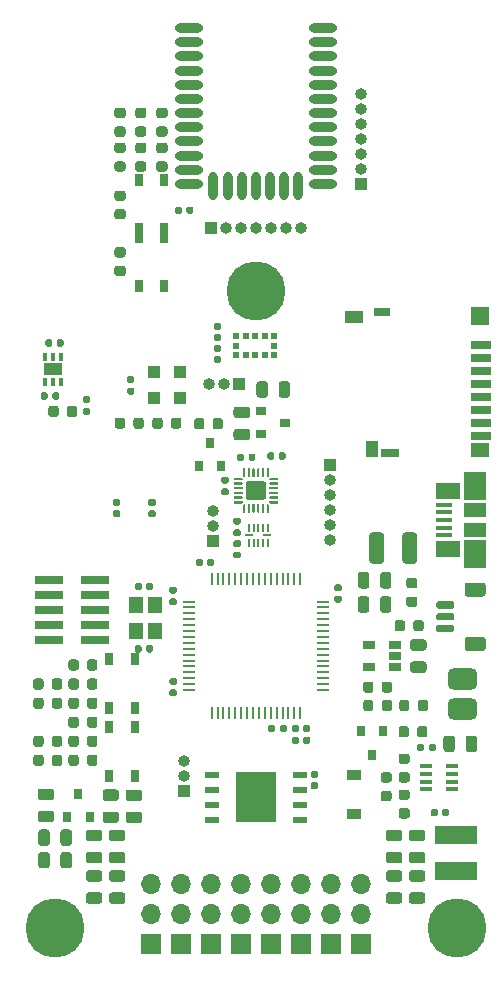
<source format=gbr>
%TF.GenerationSoftware,KiCad,Pcbnew,5.1.8+dfsg1-1~bpo10+1*%
%TF.CreationDate,2021-02-19T12:52:01+00:00*%
%TF.ProjectId,glider,676c6964-6572-42e6-9b69-6361645f7063,rev?*%
%TF.SameCoordinates,Original*%
%TF.FileFunction,Soldermask,Top*%
%TF.FilePolarity,Negative*%
%FSLAX46Y46*%
G04 Gerber Fmt 4.6, Leading zero omitted, Abs format (unit mm)*
G04 Created by KiCad (PCBNEW 5.1.8+dfsg1-1~bpo10+1) date 2021-02-19 12:52:01*
%MOMM*%
%LPD*%
G01*
G04 APERTURE LIST*
%ADD10R,0.650000X1.050000*%
%ADD11R,0.250000X1.000000*%
%ADD12R,1.000000X0.250000*%
%ADD13R,0.800000X0.900000*%
%ADD14R,3.600000X1.500000*%
%ADD15C,0.800000*%
%ADD16C,5.000000*%
%ADD17O,2.400000X0.800000*%
%ADD18O,0.800000X2.400000*%
%ADD19O,1.000000X1.000000*%
%ADD20R,1.000000X1.000000*%
%ADD21R,1.060000X0.400000*%
%ADD22R,0.650000X0.200000*%
%ADD23R,0.200000X0.650000*%
%ADD24R,0.900000X0.800000*%
%ADD25C,0.100000*%
%ADD26R,1.550000X1.000000*%
%ADD27R,1.500000X1.500000*%
%ADD28R,1.750000X0.700000*%
%ADD29R,1.400000X0.800000*%
%ADD30R,1.000000X1.450000*%
%ADD31R,1.500000X0.800000*%
%ADD32R,1.500000X1.300000*%
%ADD33O,1.700000X1.700000*%
%ADD34R,1.700000X1.700000*%
%ADD35R,3.400000X4.300000*%
%ADD36R,1.270000X0.500000*%
%ADD37R,1.200000X1.400000*%
%ADD38R,0.500000X0.500000*%
%ADD39R,1.600000X1.000000*%
%ADD40R,0.350000X0.650000*%
%ADD41R,1.060000X0.650000*%
%ADD42R,2.400000X0.740000*%
%ADD43R,1.380000X0.450000*%
%ADD44R,2.100000X1.475000*%
%ADD45R,1.900000X2.375000*%
%ADD46R,1.900000X1.175000*%
%ADD47R,1.200000X0.900000*%
G04 APERTURE END LIST*
D10*
%TO.C,SW4*%
X50075000Y-107900000D03*
X50075000Y-103750000D03*
X52225000Y-107900000D03*
X52225000Y-103750000D03*
%TD*%
%TO.C,SW3*%
X50075000Y-112700000D03*
X50075000Y-108550000D03*
X52225000Y-112700000D03*
X52225000Y-108550000D03*
%TD*%
%TO.C,SW2*%
X47575000Y-148375000D03*
X47575000Y-144225000D03*
X49725000Y-148375000D03*
X49725000Y-144225000D03*
%TD*%
%TO.C,SW1*%
X47575000Y-154175000D03*
X47575000Y-150025000D03*
X49725000Y-154175000D03*
X49725000Y-150025000D03*
%TD*%
%TO.C,R14*%
G36*
G01*
X51372500Y-131310000D02*
X51027500Y-131310000D01*
G75*
G02*
X50880000Y-131162500I0J147500D01*
G01*
X50880000Y-130867500D01*
G75*
G02*
X51027500Y-130720000I147500J0D01*
G01*
X51372500Y-130720000D01*
G75*
G02*
X51520000Y-130867500I0J-147500D01*
G01*
X51520000Y-131162500D01*
G75*
G02*
X51372500Y-131310000I-147500J0D01*
G01*
G37*
G36*
G01*
X51372500Y-132280000D02*
X51027500Y-132280000D01*
G75*
G02*
X50880000Y-132132500I0J147500D01*
G01*
X50880000Y-131837500D01*
G75*
G02*
X51027500Y-131690000I147500J0D01*
G01*
X51372500Y-131690000D01*
G75*
G02*
X51520000Y-131837500I0J-147500D01*
G01*
X51520000Y-132132500D01*
G75*
G02*
X51372500Y-132280000I-147500J0D01*
G01*
G37*
%TD*%
%TO.C,R13*%
G36*
G01*
X48372500Y-131310000D02*
X48027500Y-131310000D01*
G75*
G02*
X47880000Y-131162500I0J147500D01*
G01*
X47880000Y-130867500D01*
G75*
G02*
X48027500Y-130720000I147500J0D01*
G01*
X48372500Y-130720000D01*
G75*
G02*
X48520000Y-130867500I0J-147500D01*
G01*
X48520000Y-131162500D01*
G75*
G02*
X48372500Y-131310000I-147500J0D01*
G01*
G37*
G36*
G01*
X48372500Y-132280000D02*
X48027500Y-132280000D01*
G75*
G02*
X47880000Y-132132500I0J147500D01*
G01*
X47880000Y-131837500D01*
G75*
G02*
X48027500Y-131690000I147500J0D01*
G01*
X48372500Y-131690000D01*
G75*
G02*
X48520000Y-131837500I0J-147500D01*
G01*
X48520000Y-132132500D01*
G75*
G02*
X48372500Y-132280000I-147500J0D01*
G01*
G37*
%TD*%
D11*
%TO.C,U2*%
X56250000Y-137450000D03*
X56750000Y-137450000D03*
X57250000Y-137450000D03*
X57750000Y-137450000D03*
X58250000Y-137450000D03*
X58750000Y-137450000D03*
X59250000Y-137450000D03*
X59750000Y-137450000D03*
X60250000Y-137450000D03*
X60750000Y-137450000D03*
X61250000Y-137450000D03*
X61750000Y-137450000D03*
X62250000Y-137450000D03*
X62750000Y-137450000D03*
X63250000Y-137450000D03*
X63750000Y-137450000D03*
D12*
X65700000Y-139400000D03*
X65700000Y-139900000D03*
X65700000Y-140400000D03*
X65700000Y-140900000D03*
X65700000Y-141400000D03*
X65700000Y-141900000D03*
X65700000Y-142400000D03*
X65700000Y-142900000D03*
X65700000Y-143400000D03*
X65700000Y-143900000D03*
X65700000Y-144400000D03*
X65700000Y-144900000D03*
X65700000Y-145400000D03*
X65700000Y-145900000D03*
X65700000Y-146400000D03*
X65700000Y-146900000D03*
D11*
X63750000Y-148850000D03*
X63250000Y-148850000D03*
X62750000Y-148850000D03*
X62250000Y-148850000D03*
X61750000Y-148850000D03*
X61250000Y-148850000D03*
X60750000Y-148850000D03*
X60250000Y-148850000D03*
X59750000Y-148850000D03*
X59250000Y-148850000D03*
X58750000Y-148850000D03*
X58250000Y-148850000D03*
X57750000Y-148850000D03*
X57250000Y-148850000D03*
X56750000Y-148850000D03*
X56250000Y-148850000D03*
D12*
X54300000Y-146900000D03*
X54300000Y-146400000D03*
X54300000Y-145900000D03*
X54300000Y-145400000D03*
X54300000Y-144900000D03*
X54300000Y-144400000D03*
X54300000Y-143900000D03*
X54300000Y-143400000D03*
X54300000Y-142900000D03*
X54300000Y-142400000D03*
X54300000Y-141900000D03*
X54300000Y-141400000D03*
X54300000Y-140900000D03*
X54300000Y-140400000D03*
X54300000Y-139900000D03*
X54300000Y-139400000D03*
%TD*%
%TO.C,R30*%
G36*
G01*
X55637500Y-124093750D02*
X55637500Y-124606250D01*
G75*
G02*
X55418750Y-124825000I-218750J0D01*
G01*
X54981250Y-124825000D01*
G75*
G02*
X54762500Y-124606250I0J218750D01*
G01*
X54762500Y-124093750D01*
G75*
G02*
X54981250Y-123875000I218750J0D01*
G01*
X55418750Y-123875000D01*
G75*
G02*
X55637500Y-124093750I0J-218750D01*
G01*
G37*
G36*
G01*
X57212500Y-124093750D02*
X57212500Y-124606250D01*
G75*
G02*
X56993750Y-124825000I-218750J0D01*
G01*
X56556250Y-124825000D01*
G75*
G02*
X56337500Y-124606250I0J218750D01*
G01*
X56337500Y-124093750D01*
G75*
G02*
X56556250Y-123875000I218750J0D01*
G01*
X56993750Y-123875000D01*
G75*
G02*
X57212500Y-124093750I0J-218750D01*
G01*
G37*
%TD*%
D13*
%TO.C,Q2*%
X56100000Y-125950000D03*
X57050000Y-127950000D03*
X55150000Y-127950000D03*
%TD*%
%TO.C,C42*%
G36*
G01*
X42360000Y-121827500D02*
X42360000Y-122172500D01*
G75*
G02*
X42212500Y-122320000I-147500J0D01*
G01*
X41917500Y-122320000D01*
G75*
G02*
X41770000Y-122172500I0J147500D01*
G01*
X41770000Y-121827500D01*
G75*
G02*
X41917500Y-121680000I147500J0D01*
G01*
X42212500Y-121680000D01*
G75*
G02*
X42360000Y-121827500I0J-147500D01*
G01*
G37*
G36*
G01*
X43330000Y-121827500D02*
X43330000Y-122172500D01*
G75*
G02*
X43182500Y-122320000I-147500J0D01*
G01*
X42887500Y-122320000D01*
G75*
G02*
X42740000Y-122172500I0J147500D01*
G01*
X42740000Y-121827500D01*
G75*
G02*
X42887500Y-121680000I147500J0D01*
G01*
X43182500Y-121680000D01*
G75*
G02*
X43330000Y-121827500I0J-147500D01*
G01*
G37*
%TD*%
%TO.C,C14*%
G36*
G01*
X43145000Y-117672500D02*
X43145000Y-117327500D01*
G75*
G02*
X43292500Y-117180000I147500J0D01*
G01*
X43587500Y-117180000D01*
G75*
G02*
X43735000Y-117327500I0J-147500D01*
G01*
X43735000Y-117672500D01*
G75*
G02*
X43587500Y-117820000I-147500J0D01*
G01*
X43292500Y-117820000D01*
G75*
G02*
X43145000Y-117672500I0J147500D01*
G01*
G37*
G36*
G01*
X42175000Y-117672500D02*
X42175000Y-117327500D01*
G75*
G02*
X42322500Y-117180000I147500J0D01*
G01*
X42617500Y-117180000D01*
G75*
G02*
X42765000Y-117327500I0J-147500D01*
G01*
X42765000Y-117672500D01*
G75*
G02*
X42617500Y-117820000I-147500J0D01*
G01*
X42322500Y-117820000D01*
G75*
G02*
X42175000Y-117672500I0J147500D01*
G01*
G37*
%TD*%
%TO.C,C33*%
G36*
G01*
X58992000Y-127027500D02*
X58992000Y-127372500D01*
G75*
G02*
X58844500Y-127520000I-147500J0D01*
G01*
X58549500Y-127520000D01*
G75*
G02*
X58402000Y-127372500I0J147500D01*
G01*
X58402000Y-127027500D01*
G75*
G02*
X58549500Y-126880000I147500J0D01*
G01*
X58844500Y-126880000D01*
G75*
G02*
X58992000Y-127027500I0J-147500D01*
G01*
G37*
G36*
G01*
X59962000Y-127027500D02*
X59962000Y-127372500D01*
G75*
G02*
X59814500Y-127520000I-147500J0D01*
G01*
X59519500Y-127520000D01*
G75*
G02*
X59372000Y-127372500I0J147500D01*
G01*
X59372000Y-127027500D01*
G75*
G02*
X59519500Y-126880000I147500J0D01*
G01*
X59814500Y-126880000D01*
G75*
G02*
X59962000Y-127027500I0J-147500D01*
G01*
G37*
%TD*%
%TO.C,C30*%
G36*
G01*
X57547500Y-129435000D02*
X57202500Y-129435000D01*
G75*
G02*
X57055000Y-129287500I0J147500D01*
G01*
X57055000Y-128992500D01*
G75*
G02*
X57202500Y-128845000I147500J0D01*
G01*
X57547500Y-128845000D01*
G75*
G02*
X57695000Y-128992500I0J-147500D01*
G01*
X57695000Y-129287500D01*
G75*
G02*
X57547500Y-129435000I-147500J0D01*
G01*
G37*
G36*
G01*
X57547500Y-130405000D02*
X57202500Y-130405000D01*
G75*
G02*
X57055000Y-130257500I0J147500D01*
G01*
X57055000Y-129962500D01*
G75*
G02*
X57202500Y-129815000I147500J0D01*
G01*
X57547500Y-129815000D01*
G75*
G02*
X57695000Y-129962500I0J-147500D01*
G01*
X57695000Y-130257500D01*
G75*
G02*
X57547500Y-130405000I-147500J0D01*
G01*
G37*
%TD*%
%TO.C,C29*%
G36*
G01*
X61535000Y-126902500D02*
X61535000Y-127247500D01*
G75*
G02*
X61387500Y-127395000I-147500J0D01*
G01*
X61092500Y-127395000D01*
G75*
G02*
X60945000Y-127247500I0J147500D01*
G01*
X60945000Y-126902500D01*
G75*
G02*
X61092500Y-126755000I147500J0D01*
G01*
X61387500Y-126755000D01*
G75*
G02*
X61535000Y-126902500I0J-147500D01*
G01*
G37*
G36*
G01*
X62505000Y-126902500D02*
X62505000Y-127247500D01*
G75*
G02*
X62357500Y-127395000I-147500J0D01*
G01*
X62062500Y-127395000D01*
G75*
G02*
X61915000Y-127247500I0J147500D01*
G01*
X61915000Y-126902500D01*
G75*
G02*
X62062500Y-126755000I147500J0D01*
G01*
X62357500Y-126755000D01*
G75*
G02*
X62505000Y-126902500I0J-147500D01*
G01*
G37*
%TD*%
%TO.C,C28*%
G36*
G01*
X75765000Y-157447500D02*
X75765000Y-157102500D01*
G75*
G02*
X75912500Y-156955000I147500J0D01*
G01*
X76207500Y-156955000D01*
G75*
G02*
X76355000Y-157102500I0J-147500D01*
G01*
X76355000Y-157447500D01*
G75*
G02*
X76207500Y-157595000I-147500J0D01*
G01*
X75912500Y-157595000D01*
G75*
G02*
X75765000Y-157447500I0J147500D01*
G01*
G37*
G36*
G01*
X74795000Y-157447500D02*
X74795000Y-157102500D01*
G75*
G02*
X74942500Y-156955000I147500J0D01*
G01*
X75237500Y-156955000D01*
G75*
G02*
X75385000Y-157102500I0J-147500D01*
G01*
X75385000Y-157447500D01*
G75*
G02*
X75237500Y-157595000I-147500J0D01*
G01*
X74942500Y-157595000D01*
G75*
G02*
X74795000Y-157447500I0J147500D01*
G01*
G37*
%TD*%
%TO.C,C25*%
G36*
G01*
X74640000Y-151922500D02*
X74640000Y-151577500D01*
G75*
G02*
X74787500Y-151430000I147500J0D01*
G01*
X75082500Y-151430000D01*
G75*
G02*
X75230000Y-151577500I0J-147500D01*
G01*
X75230000Y-151922500D01*
G75*
G02*
X75082500Y-152070000I-147500J0D01*
G01*
X74787500Y-152070000D01*
G75*
G02*
X74640000Y-151922500I0J147500D01*
G01*
G37*
G36*
G01*
X73670000Y-151922500D02*
X73670000Y-151577500D01*
G75*
G02*
X73817500Y-151430000I147500J0D01*
G01*
X74112500Y-151430000D01*
G75*
G02*
X74260000Y-151577500I0J-147500D01*
G01*
X74260000Y-151922500D01*
G75*
G02*
X74112500Y-152070000I-147500J0D01*
G01*
X73817500Y-152070000D01*
G75*
G02*
X73670000Y-151922500I0J147500D01*
G01*
G37*
%TD*%
%TO.C,C20*%
G36*
G01*
X56557500Y-116770000D02*
X56902500Y-116770000D01*
G75*
G02*
X57050000Y-116917500I0J-147500D01*
G01*
X57050000Y-117212500D01*
G75*
G02*
X56902500Y-117360000I-147500J0D01*
G01*
X56557500Y-117360000D01*
G75*
G02*
X56410000Y-117212500I0J147500D01*
G01*
X56410000Y-116917500D01*
G75*
G02*
X56557500Y-116770000I147500J0D01*
G01*
G37*
G36*
G01*
X56557500Y-115800000D02*
X56902500Y-115800000D01*
G75*
G02*
X57050000Y-115947500I0J-147500D01*
G01*
X57050000Y-116242500D01*
G75*
G02*
X56902500Y-116390000I-147500J0D01*
G01*
X56557500Y-116390000D01*
G75*
G02*
X56410000Y-116242500I0J147500D01*
G01*
X56410000Y-115947500D01*
G75*
G02*
X56557500Y-115800000I147500J0D01*
G01*
G37*
%TD*%
%TO.C,C19*%
G36*
G01*
X56902500Y-118250000D02*
X56557500Y-118250000D01*
G75*
G02*
X56410000Y-118102500I0J147500D01*
G01*
X56410000Y-117807500D01*
G75*
G02*
X56557500Y-117660000I147500J0D01*
G01*
X56902500Y-117660000D01*
G75*
G02*
X57050000Y-117807500I0J-147500D01*
G01*
X57050000Y-118102500D01*
G75*
G02*
X56902500Y-118250000I-147500J0D01*
G01*
G37*
G36*
G01*
X56902500Y-119220000D02*
X56557500Y-119220000D01*
G75*
G02*
X56410000Y-119072500I0J147500D01*
G01*
X56410000Y-118777500D01*
G75*
G02*
X56557500Y-118630000I147500J0D01*
G01*
X56902500Y-118630000D01*
G75*
G02*
X57050000Y-118777500I0J-147500D01*
G01*
X57050000Y-119072500D01*
G75*
G02*
X56902500Y-119220000I-147500J0D01*
G01*
G37*
%TD*%
%TO.C,C18*%
G36*
G01*
X49567500Y-120905000D02*
X49222500Y-120905000D01*
G75*
G02*
X49075000Y-120757500I0J147500D01*
G01*
X49075000Y-120462500D01*
G75*
G02*
X49222500Y-120315000I147500J0D01*
G01*
X49567500Y-120315000D01*
G75*
G02*
X49715000Y-120462500I0J-147500D01*
G01*
X49715000Y-120757500D01*
G75*
G02*
X49567500Y-120905000I-147500J0D01*
G01*
G37*
G36*
G01*
X49567500Y-121875000D02*
X49222500Y-121875000D01*
G75*
G02*
X49075000Y-121727500I0J147500D01*
G01*
X49075000Y-121432500D01*
G75*
G02*
X49222500Y-121285000I147500J0D01*
G01*
X49567500Y-121285000D01*
G75*
G02*
X49715000Y-121432500I0J-147500D01*
G01*
X49715000Y-121727500D01*
G75*
G02*
X49567500Y-121875000I-147500J0D01*
G01*
G37*
%TD*%
%TO.C,C16*%
G36*
G01*
X61635000Y-149977500D02*
X61635000Y-150322500D01*
G75*
G02*
X61487500Y-150470000I-147500J0D01*
G01*
X61192500Y-150470000D01*
G75*
G02*
X61045000Y-150322500I0J147500D01*
G01*
X61045000Y-149977500D01*
G75*
G02*
X61192500Y-149830000I147500J0D01*
G01*
X61487500Y-149830000D01*
G75*
G02*
X61635000Y-149977500I0J-147500D01*
G01*
G37*
G36*
G01*
X62605000Y-149977500D02*
X62605000Y-150322500D01*
G75*
G02*
X62457500Y-150470000I-147500J0D01*
G01*
X62162500Y-150470000D01*
G75*
G02*
X62015000Y-150322500I0J147500D01*
G01*
X62015000Y-149977500D01*
G75*
G02*
X62162500Y-149830000I147500J0D01*
G01*
X62457500Y-149830000D01*
G75*
G02*
X62605000Y-149977500I0J-147500D01*
G01*
G37*
%TD*%
%TO.C,C15*%
G36*
G01*
X64777500Y-154715000D02*
X65122500Y-154715000D01*
G75*
G02*
X65270000Y-154862500I0J-147500D01*
G01*
X65270000Y-155157500D01*
G75*
G02*
X65122500Y-155305000I-147500J0D01*
G01*
X64777500Y-155305000D01*
G75*
G02*
X64630000Y-155157500I0J147500D01*
G01*
X64630000Y-154862500D01*
G75*
G02*
X64777500Y-154715000I147500J0D01*
G01*
G37*
G36*
G01*
X64777500Y-153745000D02*
X65122500Y-153745000D01*
G75*
G02*
X65270000Y-153892500I0J-147500D01*
G01*
X65270000Y-154187500D01*
G75*
G02*
X65122500Y-154335000I-147500J0D01*
G01*
X64777500Y-154335000D01*
G75*
G02*
X64630000Y-154187500I0J147500D01*
G01*
X64630000Y-153892500D01*
G75*
G02*
X64777500Y-153745000I147500J0D01*
G01*
G37*
%TD*%
%TO.C,C9*%
G36*
G01*
X66777500Y-137935000D02*
X67122500Y-137935000D01*
G75*
G02*
X67270000Y-138082500I0J-147500D01*
G01*
X67270000Y-138377500D01*
G75*
G02*
X67122500Y-138525000I-147500J0D01*
G01*
X66777500Y-138525000D01*
G75*
G02*
X66630000Y-138377500I0J147500D01*
G01*
X66630000Y-138082500D01*
G75*
G02*
X66777500Y-137935000I147500J0D01*
G01*
G37*
G36*
G01*
X66777500Y-138905000D02*
X67122500Y-138905000D01*
G75*
G02*
X67270000Y-139052500I0J-147500D01*
G01*
X67270000Y-139347500D01*
G75*
G02*
X67122500Y-139495000I-147500J0D01*
G01*
X66777500Y-139495000D01*
G75*
G02*
X66630000Y-139347500I0J147500D01*
G01*
X66630000Y-139052500D01*
G75*
G02*
X66777500Y-138905000I147500J0D01*
G01*
G37*
%TD*%
%TO.C,C7*%
G36*
G01*
X55865000Y-136272500D02*
X55865000Y-135927500D01*
G75*
G02*
X56012500Y-135780000I147500J0D01*
G01*
X56307500Y-135780000D01*
G75*
G02*
X56455000Y-135927500I0J-147500D01*
G01*
X56455000Y-136272500D01*
G75*
G02*
X56307500Y-136420000I-147500J0D01*
G01*
X56012500Y-136420000D01*
G75*
G02*
X55865000Y-136272500I0J147500D01*
G01*
G37*
G36*
G01*
X54895000Y-136272500D02*
X54895000Y-135927500D01*
G75*
G02*
X55042500Y-135780000I147500J0D01*
G01*
X55337500Y-135780000D01*
G75*
G02*
X55485000Y-135927500I0J-147500D01*
G01*
X55485000Y-136272500D01*
G75*
G02*
X55337500Y-136420000I-147500J0D01*
G01*
X55042500Y-136420000D01*
G75*
G02*
X54895000Y-136272500I0J147500D01*
G01*
G37*
%TD*%
%TO.C,C6*%
G36*
G01*
X52802500Y-139115000D02*
X53147500Y-139115000D01*
G75*
G02*
X53295000Y-139262500I0J-147500D01*
G01*
X53295000Y-139557500D01*
G75*
G02*
X53147500Y-139705000I-147500J0D01*
G01*
X52802500Y-139705000D01*
G75*
G02*
X52655000Y-139557500I0J147500D01*
G01*
X52655000Y-139262500D01*
G75*
G02*
X52802500Y-139115000I147500J0D01*
G01*
G37*
G36*
G01*
X52802500Y-138145000D02*
X53147500Y-138145000D01*
G75*
G02*
X53295000Y-138292500I0J-147500D01*
G01*
X53295000Y-138587500D01*
G75*
G02*
X53147500Y-138735000I-147500J0D01*
G01*
X52802500Y-138735000D01*
G75*
G02*
X52655000Y-138587500I0J147500D01*
G01*
X52655000Y-138292500D01*
G75*
G02*
X52802500Y-138145000I147500J0D01*
G01*
G37*
%TD*%
%TO.C,C5*%
G36*
G01*
X63635000Y-149977500D02*
X63635000Y-150322500D01*
G75*
G02*
X63487500Y-150470000I-147500J0D01*
G01*
X63192500Y-150470000D01*
G75*
G02*
X63045000Y-150322500I0J147500D01*
G01*
X63045000Y-149977500D01*
G75*
G02*
X63192500Y-149830000I147500J0D01*
G01*
X63487500Y-149830000D01*
G75*
G02*
X63635000Y-149977500I0J-147500D01*
G01*
G37*
G36*
G01*
X64605000Y-149977500D02*
X64605000Y-150322500D01*
G75*
G02*
X64457500Y-150470000I-147500J0D01*
G01*
X64162500Y-150470000D01*
G75*
G02*
X64015000Y-150322500I0J147500D01*
G01*
X64015000Y-149977500D01*
G75*
G02*
X64162500Y-149830000I147500J0D01*
G01*
X64457500Y-149830000D01*
G75*
G02*
X64605000Y-149977500I0J-147500D01*
G01*
G37*
%TD*%
%TO.C,C4*%
G36*
G01*
X50325000Y-143227500D02*
X50325000Y-143572500D01*
G75*
G02*
X50177500Y-143720000I-147500J0D01*
G01*
X49882500Y-143720000D01*
G75*
G02*
X49735000Y-143572500I0J147500D01*
G01*
X49735000Y-143227500D01*
G75*
G02*
X49882500Y-143080000I147500J0D01*
G01*
X50177500Y-143080000D01*
G75*
G02*
X50325000Y-143227500I0J-147500D01*
G01*
G37*
G36*
G01*
X51295000Y-143227500D02*
X51295000Y-143572500D01*
G75*
G02*
X51147500Y-143720000I-147500J0D01*
G01*
X50852500Y-143720000D01*
G75*
G02*
X50705000Y-143572500I0J147500D01*
G01*
X50705000Y-143227500D01*
G75*
G02*
X50852500Y-143080000I147500J0D01*
G01*
X51147500Y-143080000D01*
G75*
G02*
X51295000Y-143227500I0J-147500D01*
G01*
G37*
%TD*%
%TO.C,C3*%
G36*
G01*
X50325000Y-137952500D02*
X50325000Y-138297500D01*
G75*
G02*
X50177500Y-138445000I-147500J0D01*
G01*
X49882500Y-138445000D01*
G75*
G02*
X49735000Y-138297500I0J147500D01*
G01*
X49735000Y-137952500D01*
G75*
G02*
X49882500Y-137805000I147500J0D01*
G01*
X50177500Y-137805000D01*
G75*
G02*
X50325000Y-137952500I0J-147500D01*
G01*
G37*
G36*
G01*
X51295000Y-137952500D02*
X51295000Y-138297500D01*
G75*
G02*
X51147500Y-138445000I-147500J0D01*
G01*
X50852500Y-138445000D01*
G75*
G02*
X50705000Y-138297500I0J147500D01*
G01*
X50705000Y-137952500D01*
G75*
G02*
X50852500Y-137805000I147500J0D01*
G01*
X51147500Y-137805000D01*
G75*
G02*
X51295000Y-137952500I0J-147500D01*
G01*
G37*
%TD*%
%TO.C,C2*%
G36*
G01*
X53735000Y-106102500D02*
X53735000Y-106447500D01*
G75*
G02*
X53587500Y-106595000I-147500J0D01*
G01*
X53292500Y-106595000D01*
G75*
G02*
X53145000Y-106447500I0J147500D01*
G01*
X53145000Y-106102500D01*
G75*
G02*
X53292500Y-105955000I147500J0D01*
G01*
X53587500Y-105955000D01*
G75*
G02*
X53735000Y-106102500I0J-147500D01*
G01*
G37*
G36*
G01*
X54705000Y-106102500D02*
X54705000Y-106447500D01*
G75*
G02*
X54557500Y-106595000I-147500J0D01*
G01*
X54262500Y-106595000D01*
G75*
G02*
X54115000Y-106447500I0J147500D01*
G01*
X54115000Y-106102500D01*
G75*
G02*
X54262500Y-105955000I147500J0D01*
G01*
X54557500Y-105955000D01*
G75*
G02*
X54705000Y-106102500I0J-147500D01*
G01*
G37*
%TD*%
%TO.C,C1*%
G36*
G01*
X53172500Y-146460000D02*
X52827500Y-146460000D01*
G75*
G02*
X52680000Y-146312500I0J147500D01*
G01*
X52680000Y-146017500D01*
G75*
G02*
X52827500Y-145870000I147500J0D01*
G01*
X53172500Y-145870000D01*
G75*
G02*
X53320000Y-146017500I0J-147500D01*
G01*
X53320000Y-146312500D01*
G75*
G02*
X53172500Y-146460000I-147500J0D01*
G01*
G37*
G36*
G01*
X53172500Y-147430000D02*
X52827500Y-147430000D01*
G75*
G02*
X52680000Y-147282500I0J147500D01*
G01*
X52680000Y-146987500D01*
G75*
G02*
X52827500Y-146840000I147500J0D01*
G01*
X53172500Y-146840000D01*
G75*
G02*
X53320000Y-146987500I0J-147500D01*
G01*
X53320000Y-147282500D01*
G75*
G02*
X53172500Y-147430000I-147500J0D01*
G01*
G37*
%TD*%
%TO.C,C27*%
G36*
G01*
X58572500Y-132885000D02*
X58227500Y-132885000D01*
G75*
G02*
X58080000Y-132737500I0J147500D01*
G01*
X58080000Y-132442500D01*
G75*
G02*
X58227500Y-132295000I147500J0D01*
G01*
X58572500Y-132295000D01*
G75*
G02*
X58720000Y-132442500I0J-147500D01*
G01*
X58720000Y-132737500D01*
G75*
G02*
X58572500Y-132885000I-147500J0D01*
G01*
G37*
G36*
G01*
X58572500Y-133855000D02*
X58227500Y-133855000D01*
G75*
G02*
X58080000Y-133707500I0J147500D01*
G01*
X58080000Y-133412500D01*
G75*
G02*
X58227500Y-133265000I147500J0D01*
G01*
X58572500Y-133265000D01*
G75*
G02*
X58720000Y-133412500I0J-147500D01*
G01*
X58720000Y-133707500D01*
G75*
G02*
X58572500Y-133855000I-147500J0D01*
G01*
G37*
%TD*%
%TO.C,C21*%
G36*
G01*
X58572500Y-134785000D02*
X58227500Y-134785000D01*
G75*
G02*
X58080000Y-134637500I0J147500D01*
G01*
X58080000Y-134342500D01*
G75*
G02*
X58227500Y-134195000I147500J0D01*
G01*
X58572500Y-134195000D01*
G75*
G02*
X58720000Y-134342500I0J-147500D01*
G01*
X58720000Y-134637500D01*
G75*
G02*
X58572500Y-134785000I-147500J0D01*
G01*
G37*
G36*
G01*
X58572500Y-135755000D02*
X58227500Y-135755000D01*
G75*
G02*
X58080000Y-135607500I0J147500D01*
G01*
X58080000Y-135312500D01*
G75*
G02*
X58227500Y-135165000I147500J0D01*
G01*
X58572500Y-135165000D01*
G75*
G02*
X58720000Y-135312500I0J-147500D01*
G01*
X58720000Y-135607500D01*
G75*
G02*
X58572500Y-135755000I-147500J0D01*
G01*
G37*
%TD*%
D14*
%TO.C,L3*%
X76975000Y-159175000D03*
X76975000Y-162225000D03*
%TD*%
%TO.C,D9*%
G36*
G01*
X48751250Y-101430000D02*
X48238750Y-101430000D01*
G75*
G02*
X48020000Y-101211250I0J218750D01*
G01*
X48020000Y-100773750D01*
G75*
G02*
X48238750Y-100555000I218750J0D01*
G01*
X48751250Y-100555000D01*
G75*
G02*
X48970000Y-100773750I0J-218750D01*
G01*
X48970000Y-101211250D01*
G75*
G02*
X48751250Y-101430000I-218750J0D01*
G01*
G37*
G36*
G01*
X48751250Y-103005000D02*
X48238750Y-103005000D01*
G75*
G02*
X48020000Y-102786250I0J218750D01*
G01*
X48020000Y-102348750D01*
G75*
G02*
X48238750Y-102130000I218750J0D01*
G01*
X48751250Y-102130000D01*
G75*
G02*
X48970000Y-102348750I0J-218750D01*
G01*
X48970000Y-102786250D01*
G75*
G02*
X48751250Y-103005000I-218750J0D01*
G01*
G37*
%TD*%
%TO.C,D8*%
G36*
G01*
X52296250Y-101430000D02*
X51783750Y-101430000D01*
G75*
G02*
X51565000Y-101211250I0J218750D01*
G01*
X51565000Y-100773750D01*
G75*
G02*
X51783750Y-100555000I218750J0D01*
G01*
X52296250Y-100555000D01*
G75*
G02*
X52515000Y-100773750I0J-218750D01*
G01*
X52515000Y-101211250D01*
G75*
G02*
X52296250Y-101430000I-218750J0D01*
G01*
G37*
G36*
G01*
X52296250Y-103005000D02*
X51783750Y-103005000D01*
G75*
G02*
X51565000Y-102786250I0J218750D01*
G01*
X51565000Y-102348750D01*
G75*
G02*
X51783750Y-102130000I218750J0D01*
G01*
X52296250Y-102130000D01*
G75*
G02*
X52515000Y-102348750I0J-218750D01*
G01*
X52515000Y-102786250D01*
G75*
G02*
X52296250Y-103005000I-218750J0D01*
G01*
G37*
%TD*%
%TO.C,D7*%
G36*
G01*
X50511250Y-101430000D02*
X49998750Y-101430000D01*
G75*
G02*
X49780000Y-101211250I0J218750D01*
G01*
X49780000Y-100773750D01*
G75*
G02*
X49998750Y-100555000I218750J0D01*
G01*
X50511250Y-100555000D01*
G75*
G02*
X50730000Y-100773750I0J-218750D01*
G01*
X50730000Y-101211250D01*
G75*
G02*
X50511250Y-101430000I-218750J0D01*
G01*
G37*
G36*
G01*
X50511250Y-103005000D02*
X49998750Y-103005000D01*
G75*
G02*
X49780000Y-102786250I0J218750D01*
G01*
X49780000Y-102348750D01*
G75*
G02*
X49998750Y-102130000I218750J0D01*
G01*
X50511250Y-102130000D01*
G75*
G02*
X50730000Y-102348750I0J-218750D01*
G01*
X50730000Y-102786250D01*
G75*
G02*
X50511250Y-103005000I-218750J0D01*
G01*
G37*
%TD*%
%TO.C,D6*%
G36*
G01*
X42722000Y-146644250D02*
X42722000Y-146131750D01*
G75*
G02*
X42940750Y-145913000I218750J0D01*
G01*
X43378250Y-145913000D01*
G75*
G02*
X43597000Y-146131750I0J-218750D01*
G01*
X43597000Y-146644250D01*
G75*
G02*
X43378250Y-146863000I-218750J0D01*
G01*
X42940750Y-146863000D01*
G75*
G02*
X42722000Y-146644250I0J218750D01*
G01*
G37*
G36*
G01*
X41147000Y-146644250D02*
X41147000Y-146131750D01*
G75*
G02*
X41365750Y-145913000I218750J0D01*
G01*
X41803250Y-145913000D01*
G75*
G02*
X42022000Y-146131750I0J-218750D01*
G01*
X42022000Y-146644250D01*
G75*
G02*
X41803250Y-146863000I-218750J0D01*
G01*
X41365750Y-146863000D01*
G75*
G02*
X41147000Y-146644250I0J218750D01*
G01*
G37*
%TD*%
%TO.C,D5*%
G36*
G01*
X42722000Y-148263583D02*
X42722000Y-147751083D01*
G75*
G02*
X42940750Y-147532333I218750J0D01*
G01*
X43378250Y-147532333D01*
G75*
G02*
X43597000Y-147751083I0J-218750D01*
G01*
X43597000Y-148263583D01*
G75*
G02*
X43378250Y-148482333I-218750J0D01*
G01*
X42940750Y-148482333D01*
G75*
G02*
X42722000Y-148263583I0J218750D01*
G01*
G37*
G36*
G01*
X41147000Y-148263583D02*
X41147000Y-147751083D01*
G75*
G02*
X41365750Y-147532333I218750J0D01*
G01*
X41803250Y-147532333D01*
G75*
G02*
X42022000Y-147751083I0J-218750D01*
G01*
X42022000Y-148263583D01*
G75*
G02*
X41803250Y-148482333I-218750J0D01*
G01*
X41365750Y-148482333D01*
G75*
G02*
X41147000Y-148263583I0J218750D01*
G01*
G37*
%TD*%
%TO.C,D4*%
G36*
G01*
X42722000Y-151482916D02*
X42722000Y-150970416D01*
G75*
G02*
X42940750Y-150751666I218750J0D01*
G01*
X43378250Y-150751666D01*
G75*
G02*
X43597000Y-150970416I0J-218750D01*
G01*
X43597000Y-151482916D01*
G75*
G02*
X43378250Y-151701666I-218750J0D01*
G01*
X42940750Y-151701666D01*
G75*
G02*
X42722000Y-151482916I0J218750D01*
G01*
G37*
G36*
G01*
X41147000Y-151482916D02*
X41147000Y-150970416D01*
G75*
G02*
X41365750Y-150751666I218750J0D01*
G01*
X41803250Y-150751666D01*
G75*
G02*
X42022000Y-150970416I0J-218750D01*
G01*
X42022000Y-151482916D01*
G75*
G02*
X41803250Y-151701666I-218750J0D01*
G01*
X41365750Y-151701666D01*
G75*
G02*
X41147000Y-151482916I0J218750D01*
G01*
G37*
%TD*%
%TO.C,D2*%
G36*
G01*
X42722000Y-153102250D02*
X42722000Y-152589750D01*
G75*
G02*
X42940750Y-152371000I218750J0D01*
G01*
X43378250Y-152371000D01*
G75*
G02*
X43597000Y-152589750I0J-218750D01*
G01*
X43597000Y-153102250D01*
G75*
G02*
X43378250Y-153321000I-218750J0D01*
G01*
X42940750Y-153321000D01*
G75*
G02*
X42722000Y-153102250I0J218750D01*
G01*
G37*
G36*
G01*
X41147000Y-153102250D02*
X41147000Y-152589750D01*
G75*
G02*
X41365750Y-152371000I218750J0D01*
G01*
X41803250Y-152371000D01*
G75*
G02*
X42022000Y-152589750I0J-218750D01*
G01*
X42022000Y-153102250D01*
G75*
G02*
X41803250Y-153321000I-218750J0D01*
G01*
X41365750Y-153321000D01*
G75*
G02*
X41147000Y-153102250I0J218750D01*
G01*
G37*
%TD*%
%TO.C,D1*%
G36*
G01*
X73456250Y-138275000D02*
X72943750Y-138275000D01*
G75*
G02*
X72725000Y-138056250I0J218750D01*
G01*
X72725000Y-137618750D01*
G75*
G02*
X72943750Y-137400000I218750J0D01*
G01*
X73456250Y-137400000D01*
G75*
G02*
X73675000Y-137618750I0J-218750D01*
G01*
X73675000Y-138056250D01*
G75*
G02*
X73456250Y-138275000I-218750J0D01*
G01*
G37*
G36*
G01*
X73456250Y-139850000D02*
X72943750Y-139850000D01*
G75*
G02*
X72725000Y-139631250I0J218750D01*
G01*
X72725000Y-139193750D01*
G75*
G02*
X72943750Y-138975000I218750J0D01*
G01*
X73456250Y-138975000D01*
G75*
G02*
X73675000Y-139193750I0J-218750D01*
G01*
X73675000Y-139631250D01*
G75*
G02*
X73456250Y-139850000I-218750J0D01*
G01*
G37*
%TD*%
%TO.C,R29*%
G36*
G01*
X48238750Y-99170000D02*
X48751250Y-99170000D01*
G75*
G02*
X48970000Y-99388750I0J-218750D01*
G01*
X48970000Y-99826250D01*
G75*
G02*
X48751250Y-100045000I-218750J0D01*
G01*
X48238750Y-100045000D01*
G75*
G02*
X48020000Y-99826250I0J218750D01*
G01*
X48020000Y-99388750D01*
G75*
G02*
X48238750Y-99170000I218750J0D01*
G01*
G37*
G36*
G01*
X48238750Y-97595000D02*
X48751250Y-97595000D01*
G75*
G02*
X48970000Y-97813750I0J-218750D01*
G01*
X48970000Y-98251250D01*
G75*
G02*
X48751250Y-98470000I-218750J0D01*
G01*
X48238750Y-98470000D01*
G75*
G02*
X48020000Y-98251250I0J218750D01*
G01*
X48020000Y-97813750D01*
G75*
G02*
X48238750Y-97595000I218750J0D01*
G01*
G37*
%TD*%
%TO.C,F1*%
G36*
G01*
X72403000Y-135949000D02*
X72403000Y-133799000D01*
G75*
G02*
X72653000Y-133549000I250000J0D01*
G01*
X73403000Y-133549000D01*
G75*
G02*
X73653000Y-133799000I0J-250000D01*
G01*
X73653000Y-135949000D01*
G75*
G02*
X73403000Y-136199000I-250000J0D01*
G01*
X72653000Y-136199000D01*
G75*
G02*
X72403000Y-135949000I0J250000D01*
G01*
G37*
G36*
G01*
X69603000Y-135949000D02*
X69603000Y-133799000D01*
G75*
G02*
X69853000Y-133549000I250000J0D01*
G01*
X70603000Y-133549000D01*
G75*
G02*
X70853000Y-133799000I0J-250000D01*
G01*
X70853000Y-135949000D01*
G75*
G02*
X70603000Y-136199000I-250000J0D01*
G01*
X69853000Y-136199000D01*
G75*
G02*
X69603000Y-135949000I0J250000D01*
G01*
G37*
%TD*%
D15*
%TO.C,H3*%
X61325825Y-111824175D03*
X60000000Y-111275000D03*
X58674175Y-111824175D03*
X58125000Y-113150000D03*
X58674175Y-114475825D03*
X60000000Y-115025000D03*
X61325825Y-114475825D03*
X61875000Y-113150000D03*
D16*
X60000000Y-113150000D03*
%TD*%
D17*
%TO.C,U1*%
X65700000Y-90850000D03*
X65700000Y-92050000D03*
X65700000Y-93250000D03*
X65700000Y-94450000D03*
X65700000Y-95650000D03*
X65700000Y-96850000D03*
X65700000Y-98050000D03*
X65700000Y-99250000D03*
X65700000Y-100450000D03*
X65700000Y-101650000D03*
X65700000Y-102850000D03*
X65700000Y-104050000D03*
D18*
X63600000Y-104250000D03*
X62400000Y-104250000D03*
X61200000Y-104250000D03*
X60000000Y-104250000D03*
X58800000Y-104250000D03*
X57600000Y-104250000D03*
X56400000Y-104250000D03*
D17*
X54300000Y-104050000D03*
X54300000Y-102850000D03*
X54300000Y-101650000D03*
X54300000Y-100450000D03*
X54300000Y-99250000D03*
X54300000Y-98050000D03*
X54300000Y-96850000D03*
X54300000Y-95650000D03*
X54300000Y-94450000D03*
X54300000Y-93250000D03*
X54300000Y-92050000D03*
X54300000Y-90850000D03*
%TD*%
D19*
%TO.C,J3*%
X68900000Y-96455000D03*
X68900000Y-97725000D03*
X68900000Y-98995000D03*
X68900000Y-100265000D03*
X68900000Y-101535000D03*
X68900000Y-102805000D03*
D20*
X68900000Y-104075000D03*
%TD*%
%TO.C,R25*%
G36*
G01*
X69950000Y-147943750D02*
X69950000Y-148456250D01*
G75*
G02*
X69731250Y-148675000I-218750J0D01*
G01*
X69293750Y-148675000D01*
G75*
G02*
X69075000Y-148456250I0J218750D01*
G01*
X69075000Y-147943750D01*
G75*
G02*
X69293750Y-147725000I218750J0D01*
G01*
X69731250Y-147725000D01*
G75*
G02*
X69950000Y-147943750I0J-218750D01*
G01*
G37*
G36*
G01*
X71525000Y-147943750D02*
X71525000Y-148456250D01*
G75*
G02*
X71306250Y-148675000I-218750J0D01*
G01*
X70868750Y-148675000D01*
G75*
G02*
X70650000Y-148456250I0J218750D01*
G01*
X70650000Y-147943750D01*
G75*
G02*
X70868750Y-147725000I218750J0D01*
G01*
X71306250Y-147725000D01*
G75*
G02*
X71525000Y-147943750I0J-218750D01*
G01*
G37*
%TD*%
%TO.C,R24*%
G36*
G01*
X73000000Y-147943750D02*
X73000000Y-148456250D01*
G75*
G02*
X72781250Y-148675000I-218750J0D01*
G01*
X72343750Y-148675000D01*
G75*
G02*
X72125000Y-148456250I0J218750D01*
G01*
X72125000Y-147943750D01*
G75*
G02*
X72343750Y-147725000I218750J0D01*
G01*
X72781250Y-147725000D01*
G75*
G02*
X73000000Y-147943750I0J-218750D01*
G01*
G37*
G36*
G01*
X74575000Y-147943750D02*
X74575000Y-148456250D01*
G75*
G02*
X74356250Y-148675000I-218750J0D01*
G01*
X73918750Y-148675000D01*
G75*
G02*
X73700000Y-148456250I0J218750D01*
G01*
X73700000Y-147943750D01*
G75*
G02*
X73918750Y-147725000I218750J0D01*
G01*
X74356250Y-147725000D01*
G75*
G02*
X74575000Y-147943750I0J-218750D01*
G01*
G37*
%TD*%
%TO.C,C41*%
G36*
G01*
X42550000Y-160843750D02*
X42550000Y-161756250D01*
G75*
G02*
X42306250Y-162000000I-243750J0D01*
G01*
X41818750Y-162000000D01*
G75*
G02*
X41575000Y-161756250I0J243750D01*
G01*
X41575000Y-160843750D01*
G75*
G02*
X41818750Y-160600000I243750J0D01*
G01*
X42306250Y-160600000D01*
G75*
G02*
X42550000Y-160843750I0J-243750D01*
G01*
G37*
G36*
G01*
X44425000Y-160843750D02*
X44425000Y-161756250D01*
G75*
G02*
X44181250Y-162000000I-243750J0D01*
G01*
X43693750Y-162000000D01*
G75*
G02*
X43450000Y-161756250I0J243750D01*
G01*
X43450000Y-160843750D01*
G75*
G02*
X43693750Y-160600000I243750J0D01*
G01*
X44181250Y-160600000D01*
G75*
G02*
X44425000Y-160843750I0J-243750D01*
G01*
G37*
%TD*%
%TO.C,C40*%
G36*
G01*
X42550000Y-158943750D02*
X42550000Y-159856250D01*
G75*
G02*
X42306250Y-160100000I-243750J0D01*
G01*
X41818750Y-160100000D01*
G75*
G02*
X41575000Y-159856250I0J243750D01*
G01*
X41575000Y-158943750D01*
G75*
G02*
X41818750Y-158700000I243750J0D01*
G01*
X42306250Y-158700000D01*
G75*
G02*
X42550000Y-158943750I0J-243750D01*
G01*
G37*
G36*
G01*
X44425000Y-158943750D02*
X44425000Y-159856250D01*
G75*
G02*
X44181250Y-160100000I-243750J0D01*
G01*
X43693750Y-160100000D01*
G75*
G02*
X43450000Y-159856250I0J243750D01*
G01*
X43450000Y-158943750D01*
G75*
G02*
X43693750Y-158700000I243750J0D01*
G01*
X44181250Y-158700000D01*
G75*
G02*
X44425000Y-158943750I0J-243750D01*
G01*
G37*
%TD*%
%TO.C,C24*%
G36*
G01*
X61012500Y-120993750D02*
X61012500Y-121906250D01*
G75*
G02*
X60768750Y-122150000I-243750J0D01*
G01*
X60281250Y-122150000D01*
G75*
G02*
X60037500Y-121906250I0J243750D01*
G01*
X60037500Y-120993750D01*
G75*
G02*
X60281250Y-120750000I243750J0D01*
G01*
X60768750Y-120750000D01*
G75*
G02*
X61012500Y-120993750I0J-243750D01*
G01*
G37*
G36*
G01*
X62887500Y-120993750D02*
X62887500Y-121906250D01*
G75*
G02*
X62643750Y-122150000I-243750J0D01*
G01*
X62156250Y-122150000D01*
G75*
G02*
X61912500Y-121906250I0J243750D01*
G01*
X61912500Y-120993750D01*
G75*
G02*
X62156250Y-120750000I243750J0D01*
G01*
X62643750Y-120750000D01*
G75*
G02*
X62887500Y-120993750I0J-243750D01*
G01*
G37*
%TD*%
%TO.C,C39*%
G36*
G01*
X48706250Y-159700000D02*
X47793750Y-159700000D01*
G75*
G02*
X47550000Y-159456250I0J243750D01*
G01*
X47550000Y-158968750D01*
G75*
G02*
X47793750Y-158725000I243750J0D01*
G01*
X48706250Y-158725000D01*
G75*
G02*
X48950000Y-158968750I0J-243750D01*
G01*
X48950000Y-159456250D01*
G75*
G02*
X48706250Y-159700000I-243750J0D01*
G01*
G37*
G36*
G01*
X48706250Y-161575000D02*
X47793750Y-161575000D01*
G75*
G02*
X47550000Y-161331250I0J243750D01*
G01*
X47550000Y-160843750D01*
G75*
G02*
X47793750Y-160600000I243750J0D01*
G01*
X48706250Y-160600000D01*
G75*
G02*
X48950000Y-160843750I0J-243750D01*
G01*
X48950000Y-161331250D01*
G75*
G02*
X48706250Y-161575000I-243750J0D01*
G01*
G37*
%TD*%
%TO.C,C38*%
G36*
G01*
X46756250Y-159700000D02*
X45843750Y-159700000D01*
G75*
G02*
X45600000Y-159456250I0J243750D01*
G01*
X45600000Y-158968750D01*
G75*
G02*
X45843750Y-158725000I243750J0D01*
G01*
X46756250Y-158725000D01*
G75*
G02*
X47000000Y-158968750I0J-243750D01*
G01*
X47000000Y-159456250D01*
G75*
G02*
X46756250Y-159700000I-243750J0D01*
G01*
G37*
G36*
G01*
X46756250Y-161575000D02*
X45843750Y-161575000D01*
G75*
G02*
X45600000Y-161331250I0J243750D01*
G01*
X45600000Y-160843750D01*
G75*
G02*
X45843750Y-160600000I243750J0D01*
G01*
X46756250Y-160600000D01*
G75*
G02*
X47000000Y-160843750I0J-243750D01*
G01*
X47000000Y-161331250D01*
G75*
G02*
X46756250Y-161575000I-243750J0D01*
G01*
G37*
%TD*%
%TO.C,C37*%
G36*
G01*
X45843750Y-164025000D02*
X46756250Y-164025000D01*
G75*
G02*
X47000000Y-164268750I0J-243750D01*
G01*
X47000000Y-164756250D01*
G75*
G02*
X46756250Y-165000000I-243750J0D01*
G01*
X45843750Y-165000000D01*
G75*
G02*
X45600000Y-164756250I0J243750D01*
G01*
X45600000Y-164268750D01*
G75*
G02*
X45843750Y-164025000I243750J0D01*
G01*
G37*
G36*
G01*
X45843750Y-162150000D02*
X46756250Y-162150000D01*
G75*
G02*
X47000000Y-162393750I0J-243750D01*
G01*
X47000000Y-162881250D01*
G75*
G02*
X46756250Y-163125000I-243750J0D01*
G01*
X45843750Y-163125000D01*
G75*
G02*
X45600000Y-162881250I0J243750D01*
G01*
X45600000Y-162393750D01*
G75*
G02*
X45843750Y-162150000I243750J0D01*
G01*
G37*
%TD*%
%TO.C,C36*%
G36*
G01*
X47798750Y-164025000D02*
X48711250Y-164025000D01*
G75*
G02*
X48955000Y-164268750I0J-243750D01*
G01*
X48955000Y-164756250D01*
G75*
G02*
X48711250Y-165000000I-243750J0D01*
G01*
X47798750Y-165000000D01*
G75*
G02*
X47555000Y-164756250I0J243750D01*
G01*
X47555000Y-164268750D01*
G75*
G02*
X47798750Y-164025000I243750J0D01*
G01*
G37*
G36*
G01*
X47798750Y-162150000D02*
X48711250Y-162150000D01*
G75*
G02*
X48955000Y-162393750I0J-243750D01*
G01*
X48955000Y-162881250D01*
G75*
G02*
X48711250Y-163125000I-243750J0D01*
G01*
X47798750Y-163125000D01*
G75*
G02*
X47555000Y-162881250I0J243750D01*
G01*
X47555000Y-162393750D01*
G75*
G02*
X47798750Y-162150000I243750J0D01*
G01*
G37*
%TD*%
%TO.C,C35*%
G36*
G01*
X73193750Y-164025000D02*
X74106250Y-164025000D01*
G75*
G02*
X74350000Y-164268750I0J-243750D01*
G01*
X74350000Y-164756250D01*
G75*
G02*
X74106250Y-165000000I-243750J0D01*
G01*
X73193750Y-165000000D01*
G75*
G02*
X72950000Y-164756250I0J243750D01*
G01*
X72950000Y-164268750D01*
G75*
G02*
X73193750Y-164025000I243750J0D01*
G01*
G37*
G36*
G01*
X73193750Y-162150000D02*
X74106250Y-162150000D01*
G75*
G02*
X74350000Y-162393750I0J-243750D01*
G01*
X74350000Y-162881250D01*
G75*
G02*
X74106250Y-163125000I-243750J0D01*
G01*
X73193750Y-163125000D01*
G75*
G02*
X72950000Y-162881250I0J243750D01*
G01*
X72950000Y-162393750D01*
G75*
G02*
X73193750Y-162150000I243750J0D01*
G01*
G37*
%TD*%
%TO.C,C34*%
G36*
G01*
X74106250Y-159700000D02*
X73193750Y-159700000D01*
G75*
G02*
X72950000Y-159456250I0J243750D01*
G01*
X72950000Y-158968750D01*
G75*
G02*
X73193750Y-158725000I243750J0D01*
G01*
X74106250Y-158725000D01*
G75*
G02*
X74350000Y-158968750I0J-243750D01*
G01*
X74350000Y-159456250D01*
G75*
G02*
X74106250Y-159700000I-243750J0D01*
G01*
G37*
G36*
G01*
X74106250Y-161575000D02*
X73193750Y-161575000D01*
G75*
G02*
X72950000Y-161331250I0J243750D01*
G01*
X72950000Y-160843750D01*
G75*
G02*
X73193750Y-160600000I243750J0D01*
G01*
X74106250Y-160600000D01*
G75*
G02*
X74350000Y-160843750I0J-243750D01*
G01*
X74350000Y-161331250D01*
G75*
G02*
X74106250Y-161575000I-243750J0D01*
G01*
G37*
%TD*%
%TO.C,R23*%
G36*
G01*
X72806250Y-156200000D02*
X72293750Y-156200000D01*
G75*
G02*
X72075000Y-155981250I0J218750D01*
G01*
X72075000Y-155543750D01*
G75*
G02*
X72293750Y-155325000I218750J0D01*
G01*
X72806250Y-155325000D01*
G75*
G02*
X73025000Y-155543750I0J-218750D01*
G01*
X73025000Y-155981250D01*
G75*
G02*
X72806250Y-156200000I-218750J0D01*
G01*
G37*
G36*
G01*
X72806250Y-157775000D02*
X72293750Y-157775000D01*
G75*
G02*
X72075000Y-157556250I0J218750D01*
G01*
X72075000Y-157118750D01*
G75*
G02*
X72293750Y-156900000I218750J0D01*
G01*
X72806250Y-156900000D01*
G75*
G02*
X73025000Y-157118750I0J-218750D01*
G01*
X73025000Y-157556250D01*
G75*
G02*
X72806250Y-157775000I-218750J0D01*
G01*
G37*
%TD*%
%TO.C,J20*%
G36*
G01*
X78750000Y-145510000D02*
X78750000Y-146410000D01*
G75*
G02*
X78300000Y-146860000I-450000J0D01*
G01*
X76700000Y-146860000D01*
G75*
G02*
X76250000Y-146410000I0J450000D01*
G01*
X76250000Y-145510000D01*
G75*
G02*
X76700000Y-145060000I450000J0D01*
G01*
X78300000Y-145060000D01*
G75*
G02*
X78750000Y-145510000I0J-450000D01*
G01*
G37*
G36*
G01*
X78750000Y-148050000D02*
X78750000Y-148950000D01*
G75*
G02*
X78300000Y-149400000I-450000J0D01*
G01*
X76700000Y-149400000D01*
G75*
G02*
X76250000Y-148950000I0J450000D01*
G01*
X76250000Y-148050000D01*
G75*
G02*
X76700000Y-147600000I450000J0D01*
G01*
X78300000Y-147600000D01*
G75*
G02*
X78750000Y-148050000I0J-450000D01*
G01*
G37*
%TD*%
D21*
%TO.C,U12*%
X74425000Y-155305000D03*
X74425000Y-154655000D03*
X74425000Y-153995000D03*
X74425000Y-153345000D03*
X76625000Y-153345000D03*
X76625000Y-153995000D03*
X76625000Y-154655000D03*
X76625000Y-155305000D03*
%TD*%
D22*
%TO.C,U11*%
X59425000Y-133800000D03*
X60975000Y-133800000D03*
D23*
X61000000Y-134425000D03*
X61000000Y-133175000D03*
X59400000Y-133175000D03*
X59400000Y-134425000D03*
X59800000Y-134425000D03*
X59800000Y-133175000D03*
X60600000Y-134425000D03*
X60600000Y-133175000D03*
X60200000Y-134425000D03*
X60200000Y-133175000D03*
%TD*%
D24*
%TO.C,U10*%
X62450000Y-124255000D03*
X60450000Y-125205000D03*
X60450000Y-123305000D03*
%TD*%
%TO.C,R27*%
G36*
G01*
X72293750Y-153850000D02*
X72806250Y-153850000D01*
G75*
G02*
X73025000Y-154068750I0J-218750D01*
G01*
X73025000Y-154506250D01*
G75*
G02*
X72806250Y-154725000I-218750J0D01*
G01*
X72293750Y-154725000D01*
G75*
G02*
X72075000Y-154506250I0J218750D01*
G01*
X72075000Y-154068750D01*
G75*
G02*
X72293750Y-153850000I218750J0D01*
G01*
G37*
G36*
G01*
X72293750Y-152275000D02*
X72806250Y-152275000D01*
G75*
G02*
X73025000Y-152493750I0J-218750D01*
G01*
X73025000Y-152931250D01*
G75*
G02*
X72806250Y-153150000I-218750J0D01*
G01*
X72293750Y-153150000D01*
G75*
G02*
X72075000Y-152931250I0J218750D01*
G01*
X72075000Y-152493750D01*
G75*
G02*
X72293750Y-152275000I218750J0D01*
G01*
G37*
%TD*%
%TO.C,R26*%
G36*
G01*
X70773750Y-155430000D02*
X71286250Y-155430000D01*
G75*
G02*
X71505000Y-155648750I0J-218750D01*
G01*
X71505000Y-156086250D01*
G75*
G02*
X71286250Y-156305000I-218750J0D01*
G01*
X70773750Y-156305000D01*
G75*
G02*
X70555000Y-156086250I0J218750D01*
G01*
X70555000Y-155648750D01*
G75*
G02*
X70773750Y-155430000I218750J0D01*
G01*
G37*
G36*
G01*
X70773750Y-153855000D02*
X71286250Y-153855000D01*
G75*
G02*
X71505000Y-154073750I0J-218750D01*
G01*
X71505000Y-154511250D01*
G75*
G02*
X71286250Y-154730000I-218750J0D01*
G01*
X70773750Y-154730000D01*
G75*
G02*
X70555000Y-154511250I0J218750D01*
G01*
X70555000Y-154073750D01*
G75*
G02*
X70773750Y-153855000I218750J0D01*
G01*
G37*
%TD*%
D19*
%TO.C,J9*%
X66300000Y-134150000D03*
X66300000Y-132880000D03*
X66300000Y-131610000D03*
X66300000Y-130340000D03*
X66300000Y-129070000D03*
D20*
X66300000Y-127800000D03*
%TD*%
%TO.C,C32*%
G36*
G01*
X72156250Y-159700000D02*
X71243750Y-159700000D01*
G75*
G02*
X71000000Y-159456250I0J243750D01*
G01*
X71000000Y-158968750D01*
G75*
G02*
X71243750Y-158725000I243750J0D01*
G01*
X72156250Y-158725000D01*
G75*
G02*
X72400000Y-158968750I0J-243750D01*
G01*
X72400000Y-159456250D01*
G75*
G02*
X72156250Y-159700000I-243750J0D01*
G01*
G37*
G36*
G01*
X72156250Y-161575000D02*
X71243750Y-161575000D01*
G75*
G02*
X71000000Y-161331250I0J243750D01*
G01*
X71000000Y-160843750D01*
G75*
G02*
X71243750Y-160600000I243750J0D01*
G01*
X72156250Y-160600000D01*
G75*
G02*
X72400000Y-160843750I0J-243750D01*
G01*
X72400000Y-161331250D01*
G75*
G02*
X72156250Y-161575000I-243750J0D01*
G01*
G37*
%TD*%
%TO.C,C31*%
G36*
G01*
X71243750Y-164025000D02*
X72156250Y-164025000D01*
G75*
G02*
X72400000Y-164268750I0J-243750D01*
G01*
X72400000Y-164756250D01*
G75*
G02*
X72156250Y-165000000I-243750J0D01*
G01*
X71243750Y-165000000D01*
G75*
G02*
X71000000Y-164756250I0J243750D01*
G01*
X71000000Y-164268750D01*
G75*
G02*
X71243750Y-164025000I243750J0D01*
G01*
G37*
G36*
G01*
X71243750Y-162150000D02*
X72156250Y-162150000D01*
G75*
G02*
X72400000Y-162393750I0J-243750D01*
G01*
X72400000Y-162881250D01*
G75*
G02*
X72156250Y-163125000I-243750J0D01*
G01*
X71243750Y-163125000D01*
G75*
G02*
X71000000Y-162881250I0J243750D01*
G01*
X71000000Y-162393750D01*
G75*
G02*
X71243750Y-162150000I243750J0D01*
G01*
G37*
%TD*%
%TO.C,C26*%
G36*
G01*
X59256250Y-123875000D02*
X58343750Y-123875000D01*
G75*
G02*
X58100000Y-123631250I0J243750D01*
G01*
X58100000Y-123143750D01*
G75*
G02*
X58343750Y-122900000I243750J0D01*
G01*
X59256250Y-122900000D01*
G75*
G02*
X59500000Y-123143750I0J-243750D01*
G01*
X59500000Y-123631250D01*
G75*
G02*
X59256250Y-123875000I-243750J0D01*
G01*
G37*
G36*
G01*
X59256250Y-125750000D02*
X58343750Y-125750000D01*
G75*
G02*
X58100000Y-125506250I0J243750D01*
G01*
X58100000Y-125018750D01*
G75*
G02*
X58343750Y-124775000I243750J0D01*
G01*
X59256250Y-124775000D01*
G75*
G02*
X59500000Y-125018750I0J-243750D01*
G01*
X59500000Y-125506250D01*
G75*
G02*
X59256250Y-125750000I-243750J0D01*
G01*
G37*
%TD*%
%TO.C,C22*%
G36*
G01*
X76850000Y-150993750D02*
X76850000Y-151906250D01*
G75*
G02*
X76606250Y-152150000I-243750J0D01*
G01*
X76118750Y-152150000D01*
G75*
G02*
X75875000Y-151906250I0J243750D01*
G01*
X75875000Y-150993750D01*
G75*
G02*
X76118750Y-150750000I243750J0D01*
G01*
X76606250Y-150750000D01*
G75*
G02*
X76850000Y-150993750I0J-243750D01*
G01*
G37*
G36*
G01*
X78725000Y-150993750D02*
X78725000Y-151906250D01*
G75*
G02*
X78481250Y-152150000I-243750J0D01*
G01*
X77993750Y-152150000D01*
G75*
G02*
X77750000Y-151906250I0J243750D01*
G01*
X77750000Y-150993750D01*
G75*
G02*
X77993750Y-150750000I243750J0D01*
G01*
X78481250Y-150750000D01*
G75*
G02*
X78725000Y-150993750I0J-243750D01*
G01*
G37*
%TD*%
D25*
%TO.C,U7*%
G36*
X60900000Y-131125000D02*
G01*
X60980000Y-131125000D01*
X61100000Y-131245000D01*
X61100000Y-131875000D01*
X60900000Y-131875000D01*
X60900000Y-131125000D01*
G37*
G36*
G01*
X60700000Y-131175000D02*
X60700000Y-131825000D01*
G75*
G02*
X60650000Y-131875000I-50000J0D01*
G01*
X60550000Y-131875000D01*
G75*
G02*
X60500000Y-131825000I0J50000D01*
G01*
X60500000Y-131175000D01*
G75*
G02*
X60550000Y-131125000I50000J0D01*
G01*
X60650000Y-131125000D01*
G75*
G02*
X60700000Y-131175000I0J-50000D01*
G01*
G37*
G36*
G01*
X60300000Y-131175000D02*
X60300000Y-131825000D01*
G75*
G02*
X60250000Y-131875000I-50000J0D01*
G01*
X60150000Y-131875000D01*
G75*
G02*
X60100000Y-131825000I0J50000D01*
G01*
X60100000Y-131175000D01*
G75*
G02*
X60150000Y-131125000I50000J0D01*
G01*
X60250000Y-131125000D01*
G75*
G02*
X60300000Y-131175000I0J-50000D01*
G01*
G37*
G36*
G01*
X59900000Y-131175000D02*
X59900000Y-131825000D01*
G75*
G02*
X59850000Y-131875000I-50000J0D01*
G01*
X59750000Y-131875000D01*
G75*
G02*
X59700000Y-131825000I0J50000D01*
G01*
X59700000Y-131175000D01*
G75*
G02*
X59750000Y-131125000I50000J0D01*
G01*
X59850000Y-131125000D01*
G75*
G02*
X59900000Y-131175000I0J-50000D01*
G01*
G37*
G36*
G01*
X59500000Y-131175000D02*
X59500000Y-131825000D01*
G75*
G02*
X59450000Y-131875000I-50000J0D01*
G01*
X59350000Y-131875000D01*
G75*
G02*
X59300000Y-131825000I0J50000D01*
G01*
X59300000Y-131175000D01*
G75*
G02*
X59350000Y-131125000I50000J0D01*
G01*
X59450000Y-131125000D01*
G75*
G02*
X59500000Y-131175000I0J-50000D01*
G01*
G37*
G36*
X58900000Y-131245000D02*
G01*
X59020000Y-131125000D01*
X59100000Y-131125000D01*
X59100000Y-131875000D01*
X58900000Y-131875000D01*
X58900000Y-131245000D01*
G37*
G36*
X58125000Y-130900000D02*
G01*
X58875000Y-130900000D01*
X58875000Y-130980000D01*
X58755000Y-131100000D01*
X58125000Y-131100000D01*
X58125000Y-130900000D01*
G37*
G36*
G01*
X58875000Y-130550000D02*
X58875000Y-130650000D01*
G75*
G02*
X58825000Y-130700000I-50000J0D01*
G01*
X58175000Y-130700000D01*
G75*
G02*
X58125000Y-130650000I0J50000D01*
G01*
X58125000Y-130550000D01*
G75*
G02*
X58175000Y-130500000I50000J0D01*
G01*
X58825000Y-130500000D01*
G75*
G02*
X58875000Y-130550000I0J-50000D01*
G01*
G37*
G36*
G01*
X58875000Y-130150000D02*
X58875000Y-130250000D01*
G75*
G02*
X58825000Y-130300000I-50000J0D01*
G01*
X58175000Y-130300000D01*
G75*
G02*
X58125000Y-130250000I0J50000D01*
G01*
X58125000Y-130150000D01*
G75*
G02*
X58175000Y-130100000I50000J0D01*
G01*
X58825000Y-130100000D01*
G75*
G02*
X58875000Y-130150000I0J-50000D01*
G01*
G37*
G36*
G01*
X58875000Y-129750000D02*
X58875000Y-129850000D01*
G75*
G02*
X58825000Y-129900000I-50000J0D01*
G01*
X58175000Y-129900000D01*
G75*
G02*
X58125000Y-129850000I0J50000D01*
G01*
X58125000Y-129750000D01*
G75*
G02*
X58175000Y-129700000I50000J0D01*
G01*
X58825000Y-129700000D01*
G75*
G02*
X58875000Y-129750000I0J-50000D01*
G01*
G37*
G36*
G01*
X58875000Y-129350000D02*
X58875000Y-129450000D01*
G75*
G02*
X58825000Y-129500000I-50000J0D01*
G01*
X58175000Y-129500000D01*
G75*
G02*
X58125000Y-129450000I0J50000D01*
G01*
X58125000Y-129350000D01*
G75*
G02*
X58175000Y-129300000I50000J0D01*
G01*
X58825000Y-129300000D01*
G75*
G02*
X58875000Y-129350000I0J-50000D01*
G01*
G37*
G36*
X58125000Y-128900000D02*
G01*
X58755000Y-128900000D01*
X58875000Y-129020000D01*
X58875000Y-129100000D01*
X58125000Y-129100000D01*
X58125000Y-128900000D01*
G37*
G36*
X58900000Y-128755000D02*
G01*
X58900000Y-128125000D01*
X59100000Y-128125000D01*
X59100000Y-128875000D01*
X59020000Y-128875000D01*
X58900000Y-128755000D01*
G37*
G36*
G01*
X59500000Y-128175000D02*
X59500000Y-128825000D01*
G75*
G02*
X59450000Y-128875000I-50000J0D01*
G01*
X59350000Y-128875000D01*
G75*
G02*
X59300000Y-128825000I0J50000D01*
G01*
X59300000Y-128175000D01*
G75*
G02*
X59350000Y-128125000I50000J0D01*
G01*
X59450000Y-128125000D01*
G75*
G02*
X59500000Y-128175000I0J-50000D01*
G01*
G37*
G36*
G01*
X59900000Y-128175000D02*
X59900000Y-128825000D01*
G75*
G02*
X59850000Y-128875000I-50000J0D01*
G01*
X59750000Y-128875000D01*
G75*
G02*
X59700000Y-128825000I0J50000D01*
G01*
X59700000Y-128175000D01*
G75*
G02*
X59750000Y-128125000I50000J0D01*
G01*
X59850000Y-128125000D01*
G75*
G02*
X59900000Y-128175000I0J-50000D01*
G01*
G37*
G36*
G01*
X60300000Y-128175000D02*
X60300000Y-128825000D01*
G75*
G02*
X60250000Y-128875000I-50000J0D01*
G01*
X60150000Y-128875000D01*
G75*
G02*
X60100000Y-128825000I0J50000D01*
G01*
X60100000Y-128175000D01*
G75*
G02*
X60150000Y-128125000I50000J0D01*
G01*
X60250000Y-128125000D01*
G75*
G02*
X60300000Y-128175000I0J-50000D01*
G01*
G37*
G36*
G01*
X60700000Y-128175000D02*
X60700000Y-128825000D01*
G75*
G02*
X60650000Y-128875000I-50000J0D01*
G01*
X60550000Y-128875000D01*
G75*
G02*
X60500000Y-128825000I0J50000D01*
G01*
X60500000Y-128175000D01*
G75*
G02*
X60550000Y-128125000I50000J0D01*
G01*
X60650000Y-128125000D01*
G75*
G02*
X60700000Y-128175000I0J-50000D01*
G01*
G37*
G36*
X60900000Y-128125000D02*
G01*
X61100000Y-128125000D01*
X61100000Y-128755000D01*
X60980000Y-128875000D01*
X60900000Y-128875000D01*
X60900000Y-128125000D01*
G37*
G36*
X61125000Y-129020000D02*
G01*
X61245000Y-128900000D01*
X61875000Y-128900000D01*
X61875000Y-129100000D01*
X61125000Y-129100000D01*
X61125000Y-129020000D01*
G37*
G36*
G01*
X61875000Y-129350000D02*
X61875000Y-129450000D01*
G75*
G02*
X61825000Y-129500000I-50000J0D01*
G01*
X61175000Y-129500000D01*
G75*
G02*
X61125000Y-129450000I0J50000D01*
G01*
X61125000Y-129350000D01*
G75*
G02*
X61175000Y-129300000I50000J0D01*
G01*
X61825000Y-129300000D01*
G75*
G02*
X61875000Y-129350000I0J-50000D01*
G01*
G37*
G36*
G01*
X61875000Y-129750000D02*
X61875000Y-129850000D01*
G75*
G02*
X61825000Y-129900000I-50000J0D01*
G01*
X61175000Y-129900000D01*
G75*
G02*
X61125000Y-129850000I0J50000D01*
G01*
X61125000Y-129750000D01*
G75*
G02*
X61175000Y-129700000I50000J0D01*
G01*
X61825000Y-129700000D01*
G75*
G02*
X61875000Y-129750000I0J-50000D01*
G01*
G37*
G36*
G01*
X61875000Y-130150000D02*
X61875000Y-130250000D01*
G75*
G02*
X61825000Y-130300000I-50000J0D01*
G01*
X61175000Y-130300000D01*
G75*
G02*
X61125000Y-130250000I0J50000D01*
G01*
X61125000Y-130150000D01*
G75*
G02*
X61175000Y-130100000I50000J0D01*
G01*
X61825000Y-130100000D01*
G75*
G02*
X61875000Y-130150000I0J-50000D01*
G01*
G37*
G36*
G01*
X61875000Y-130550000D02*
X61875000Y-130650000D01*
G75*
G02*
X61825000Y-130700000I-50000J0D01*
G01*
X61175000Y-130700000D01*
G75*
G02*
X61125000Y-130650000I0J50000D01*
G01*
X61125000Y-130550000D01*
G75*
G02*
X61175000Y-130500000I50000J0D01*
G01*
X61825000Y-130500000D01*
G75*
G02*
X61875000Y-130550000I0J-50000D01*
G01*
G37*
G36*
X61125000Y-130980000D02*
G01*
X61125000Y-130900000D01*
X61875000Y-130900000D01*
X61875000Y-131100000D01*
X61245000Y-131100000D01*
X61125000Y-130980000D01*
G37*
G36*
G01*
X60875000Y-129450000D02*
X60875000Y-130550000D01*
G75*
G02*
X60625000Y-130800000I-250000J0D01*
G01*
X59375000Y-130800000D01*
G75*
G02*
X59125000Y-130550000I0J250000D01*
G01*
X59125000Y-129450000D01*
G75*
G02*
X59375000Y-129200000I250000J0D01*
G01*
X60625000Y-129200000D01*
G75*
G02*
X60875000Y-129450000I0J-250000D01*
G01*
G37*
%TD*%
D26*
%TO.C,J19*%
X68265000Y-115290000D03*
D27*
X78940000Y-115240000D03*
D28*
X79065000Y-117690000D03*
X79065000Y-118790000D03*
X79065000Y-119890000D03*
X79065000Y-120990000D03*
X79065000Y-122090000D03*
X79065000Y-123190000D03*
X79065000Y-124290000D03*
D29*
X70690000Y-114890000D03*
D30*
X69840000Y-126515000D03*
D31*
X71340000Y-126840000D03*
D32*
X78940000Y-126590000D03*
D28*
X79065000Y-125390000D03*
%TD*%
D19*
%TO.C,J12*%
X53900000Y-152860000D03*
X53900000Y-154130000D03*
D20*
X53900000Y-155400000D03*
%TD*%
D33*
%TO.C,J6*%
X51110000Y-163281000D03*
X51110000Y-165821000D03*
D34*
X51110000Y-168361000D03*
%TD*%
D15*
%TO.C,H2*%
X78325825Y-165724175D03*
X77000000Y-165175000D03*
X75674175Y-165724175D03*
X75125000Y-167050000D03*
X75674175Y-168375825D03*
X77000000Y-168925000D03*
X78325825Y-168375825D03*
X78875000Y-167050000D03*
D16*
X77000000Y-167050000D03*
%TD*%
D15*
%TO.C,H1*%
X44325825Y-165674175D03*
X43000000Y-165125000D03*
X41674175Y-165674175D03*
X41125000Y-167000000D03*
X41674175Y-168325825D03*
X43000000Y-168875000D03*
X44325825Y-168325825D03*
X44875000Y-167000000D03*
D16*
X43000000Y-167000000D03*
%TD*%
D19*
%TO.C,J8*%
X63820000Y-107800000D03*
X62550000Y-107800000D03*
X61280000Y-107800000D03*
X60010000Y-107800000D03*
X58740000Y-107800000D03*
X57470000Y-107800000D03*
D20*
X56200000Y-107800000D03*
%TD*%
D19*
%TO.C,J7*%
X56325000Y-131735000D03*
X56325000Y-133005000D03*
D20*
X56325000Y-134275000D03*
%TD*%
D19*
%TO.C,J1*%
X56010000Y-121000000D03*
X57280000Y-121000000D03*
D20*
X58550000Y-121000000D03*
%TD*%
%TO.C,J10*%
G36*
G01*
X77909999Y-142390000D02*
X79210001Y-142390000D01*
G75*
G02*
X79460000Y-142639999I0J-249999D01*
G01*
X79460000Y-143340001D01*
G75*
G02*
X79210001Y-143590000I-249999J0D01*
G01*
X77909999Y-143590000D01*
G75*
G02*
X77660000Y-143340001I0J249999D01*
G01*
X77660000Y-142639999D01*
G75*
G02*
X77909999Y-142390000I249999J0D01*
G01*
G37*
G36*
G01*
X77909999Y-137790000D02*
X79210001Y-137790000D01*
G75*
G02*
X79460000Y-138039999I0J-249999D01*
G01*
X79460000Y-138740001D01*
G75*
G02*
X79210001Y-138990000I-249999J0D01*
G01*
X77909999Y-138990000D01*
G75*
G02*
X77660000Y-138740001I0J249999D01*
G01*
X77660000Y-138039999D01*
G75*
G02*
X77909999Y-137790000I249999J0D01*
G01*
G37*
G36*
G01*
X75410000Y-141390000D02*
X76660000Y-141390000D01*
G75*
G02*
X76810000Y-141540000I0J-150000D01*
G01*
X76810000Y-141840000D01*
G75*
G02*
X76660000Y-141990000I-150000J0D01*
G01*
X75410000Y-141990000D01*
G75*
G02*
X75260000Y-141840000I0J150000D01*
G01*
X75260000Y-141540000D01*
G75*
G02*
X75410000Y-141390000I150000J0D01*
G01*
G37*
G36*
G01*
X75410000Y-140390000D02*
X76660000Y-140390000D01*
G75*
G02*
X76810000Y-140540000I0J-150000D01*
G01*
X76810000Y-140840000D01*
G75*
G02*
X76660000Y-140990000I-150000J0D01*
G01*
X75410000Y-140990000D01*
G75*
G02*
X75260000Y-140840000I0J150000D01*
G01*
X75260000Y-140540000D01*
G75*
G02*
X75410000Y-140390000I150000J0D01*
G01*
G37*
G36*
G01*
X75410000Y-139390000D02*
X76660000Y-139390000D01*
G75*
G02*
X76810000Y-139540000I0J-150000D01*
G01*
X76810000Y-139840000D01*
G75*
G02*
X76660000Y-139990000I-150000J0D01*
G01*
X75410000Y-139990000D01*
G75*
G02*
X75260000Y-139840000I0J150000D01*
G01*
X75260000Y-139540000D01*
G75*
G02*
X75410000Y-139390000I150000J0D01*
G01*
G37*
%TD*%
D35*
%TO.C,U6*%
X60000000Y-155960000D03*
D36*
X63700000Y-154055000D03*
X56300000Y-154055000D03*
X63700000Y-155325000D03*
X56300000Y-155325000D03*
X63700000Y-156595000D03*
X56300000Y-156595000D03*
X63700000Y-157865000D03*
X56300000Y-157865000D03*
%TD*%
D37*
%TO.C,Y1*%
X49850000Y-141875000D03*
X49850000Y-139675000D03*
X51450000Y-139675000D03*
X51450000Y-141875000D03*
%TD*%
D38*
%TO.C,U?1*%
X60744000Y-116950000D03*
X59144000Y-116950000D03*
X59944000Y-116950000D03*
X60744000Y-118550000D03*
X59944000Y-118550000D03*
X59144000Y-118550000D03*
X58344000Y-117750000D03*
X61544000Y-117750000D03*
X61544000Y-116950000D03*
X58344000Y-116950000D03*
X61544000Y-118550000D03*
X58344000Y-118550000D03*
%TD*%
D39*
%TO.C,U9*%
X42825000Y-119750000D03*
D40*
X43475000Y-120800000D03*
X42825000Y-120800000D03*
X42175000Y-120800000D03*
X42175000Y-118700000D03*
X42825000Y-118700000D03*
X43475000Y-118700000D03*
%TD*%
D20*
%TO.C,U5*%
X51335000Y-119985000D03*
X53535000Y-119985000D03*
X53535000Y-122185000D03*
X51335000Y-122185000D03*
%TD*%
D41*
%TO.C,U4*%
X69600000Y-144950000D03*
X69600000Y-143050000D03*
X71800000Y-143050000D03*
X71800000Y-144000000D03*
X71800000Y-144950000D03*
%TD*%
D13*
%TO.C,U3*%
X44961000Y-155667000D03*
X45911000Y-157667000D03*
X44011000Y-157667000D03*
%TD*%
%TO.C,R22*%
G36*
G01*
X44000000Y-123556250D02*
X44000000Y-123043750D01*
G75*
G02*
X44218750Y-122825000I218750J0D01*
G01*
X44656250Y-122825000D01*
G75*
G02*
X44875000Y-123043750I0J-218750D01*
G01*
X44875000Y-123556250D01*
G75*
G02*
X44656250Y-123775000I-218750J0D01*
G01*
X44218750Y-123775000D01*
G75*
G02*
X44000000Y-123556250I0J218750D01*
G01*
G37*
G36*
G01*
X42425000Y-123556250D02*
X42425000Y-123043750D01*
G75*
G02*
X42643750Y-122825000I218750J0D01*
G01*
X43081250Y-122825000D01*
G75*
G02*
X43300000Y-123043750I0J-218750D01*
G01*
X43300000Y-123556250D01*
G75*
G02*
X43081250Y-123775000I-218750J0D01*
G01*
X42643750Y-123775000D01*
G75*
G02*
X42425000Y-123556250I0J218750D01*
G01*
G37*
%TD*%
%TO.C,R20*%
G36*
G01*
X45004000Y-146131750D02*
X45004000Y-146644250D01*
G75*
G02*
X44785250Y-146863000I-218750J0D01*
G01*
X44347750Y-146863000D01*
G75*
G02*
X44129000Y-146644250I0J218750D01*
G01*
X44129000Y-146131750D01*
G75*
G02*
X44347750Y-145913000I218750J0D01*
G01*
X44785250Y-145913000D01*
G75*
G02*
X45004000Y-146131750I0J-218750D01*
G01*
G37*
G36*
G01*
X46579000Y-146131750D02*
X46579000Y-146644250D01*
G75*
G02*
X46360250Y-146863000I-218750J0D01*
G01*
X45922750Y-146863000D01*
G75*
G02*
X45704000Y-146644250I0J218750D01*
G01*
X45704000Y-146131750D01*
G75*
G02*
X45922750Y-145913000I218750J0D01*
G01*
X46360250Y-145913000D01*
G75*
G02*
X46579000Y-146131750I0J-218750D01*
G01*
G37*
%TD*%
%TO.C,R19*%
G36*
G01*
X48756250Y-105475000D02*
X48243750Y-105475000D01*
G75*
G02*
X48025000Y-105256250I0J218750D01*
G01*
X48025000Y-104818750D01*
G75*
G02*
X48243750Y-104600000I218750J0D01*
G01*
X48756250Y-104600000D01*
G75*
G02*
X48975000Y-104818750I0J-218750D01*
G01*
X48975000Y-105256250D01*
G75*
G02*
X48756250Y-105475000I-218750J0D01*
G01*
G37*
G36*
G01*
X48756250Y-107050000D02*
X48243750Y-107050000D01*
G75*
G02*
X48025000Y-106831250I0J218750D01*
G01*
X48025000Y-106393750D01*
G75*
G02*
X48243750Y-106175000I218750J0D01*
G01*
X48756250Y-106175000D01*
G75*
G02*
X48975000Y-106393750I0J-218750D01*
G01*
X48975000Y-106831250D01*
G75*
G02*
X48756250Y-107050000I-218750J0D01*
G01*
G37*
%TD*%
%TO.C,R17*%
G36*
G01*
X45004000Y-147751083D02*
X45004000Y-148263583D01*
G75*
G02*
X44785250Y-148482333I-218750J0D01*
G01*
X44347750Y-148482333D01*
G75*
G02*
X44129000Y-148263583I0J218750D01*
G01*
X44129000Y-147751083D01*
G75*
G02*
X44347750Y-147532333I218750J0D01*
G01*
X44785250Y-147532333D01*
G75*
G02*
X45004000Y-147751083I0J-218750D01*
G01*
G37*
G36*
G01*
X46579000Y-147751083D02*
X46579000Y-148263583D01*
G75*
G02*
X46360250Y-148482333I-218750J0D01*
G01*
X45922750Y-148482333D01*
G75*
G02*
X45704000Y-148263583I0J218750D01*
G01*
X45704000Y-147751083D01*
G75*
G02*
X45922750Y-147532333I218750J0D01*
G01*
X46360250Y-147532333D01*
G75*
G02*
X46579000Y-147751083I0J-218750D01*
G01*
G37*
%TD*%
%TO.C,R16*%
G36*
G01*
X48756250Y-110275000D02*
X48243750Y-110275000D01*
G75*
G02*
X48025000Y-110056250I0J218750D01*
G01*
X48025000Y-109618750D01*
G75*
G02*
X48243750Y-109400000I218750J0D01*
G01*
X48756250Y-109400000D01*
G75*
G02*
X48975000Y-109618750I0J-218750D01*
G01*
X48975000Y-110056250D01*
G75*
G02*
X48756250Y-110275000I-218750J0D01*
G01*
G37*
G36*
G01*
X48756250Y-111850000D02*
X48243750Y-111850000D01*
G75*
G02*
X48025000Y-111631250I0J218750D01*
G01*
X48025000Y-111193750D01*
G75*
G02*
X48243750Y-110975000I218750J0D01*
G01*
X48756250Y-110975000D01*
G75*
G02*
X48975000Y-111193750I0J-218750D01*
G01*
X48975000Y-111631250D01*
G75*
G02*
X48756250Y-111850000I-218750J0D01*
G01*
G37*
%TD*%
%TO.C,R15*%
G36*
G01*
X45004000Y-150970416D02*
X45004000Y-151482916D01*
G75*
G02*
X44785250Y-151701666I-218750J0D01*
G01*
X44347750Y-151701666D01*
G75*
G02*
X44129000Y-151482916I0J218750D01*
G01*
X44129000Y-150970416D01*
G75*
G02*
X44347750Y-150751666I218750J0D01*
G01*
X44785250Y-150751666D01*
G75*
G02*
X45004000Y-150970416I0J-218750D01*
G01*
G37*
G36*
G01*
X46579000Y-150970416D02*
X46579000Y-151482916D01*
G75*
G02*
X46360250Y-151701666I-218750J0D01*
G01*
X45922750Y-151701666D01*
G75*
G02*
X45704000Y-151482916I0J218750D01*
G01*
X45704000Y-150970416D01*
G75*
G02*
X45922750Y-150751666I218750J0D01*
G01*
X46360250Y-150751666D01*
G75*
G02*
X46579000Y-150970416I0J-218750D01*
G01*
G37*
%TD*%
%TO.C,R12*%
G36*
G01*
X49625000Y-124556250D02*
X49625000Y-124043750D01*
G75*
G02*
X49843750Y-123825000I218750J0D01*
G01*
X50281250Y-123825000D01*
G75*
G02*
X50500000Y-124043750I0J-218750D01*
G01*
X50500000Y-124556250D01*
G75*
G02*
X50281250Y-124775000I-218750J0D01*
G01*
X49843750Y-124775000D01*
G75*
G02*
X49625000Y-124556250I0J218750D01*
G01*
G37*
G36*
G01*
X48050000Y-124556250D02*
X48050000Y-124043750D01*
G75*
G02*
X48268750Y-123825000I218750J0D01*
G01*
X48706250Y-123825000D01*
G75*
G02*
X48925000Y-124043750I0J-218750D01*
G01*
X48925000Y-124556250D01*
G75*
G02*
X48706250Y-124775000I-218750J0D01*
G01*
X48268750Y-124775000D01*
G75*
G02*
X48050000Y-124556250I0J218750D01*
G01*
G37*
%TD*%
%TO.C,R11*%
G36*
G01*
X52100000Y-124043750D02*
X52100000Y-124556250D01*
G75*
G02*
X51881250Y-124775000I-218750J0D01*
G01*
X51443750Y-124775000D01*
G75*
G02*
X51225000Y-124556250I0J218750D01*
G01*
X51225000Y-124043750D01*
G75*
G02*
X51443750Y-123825000I218750J0D01*
G01*
X51881250Y-123825000D01*
G75*
G02*
X52100000Y-124043750I0J-218750D01*
G01*
G37*
G36*
G01*
X53675000Y-124043750D02*
X53675000Y-124556250D01*
G75*
G02*
X53456250Y-124775000I-218750J0D01*
G01*
X53018750Y-124775000D01*
G75*
G02*
X52800000Y-124556250I0J218750D01*
G01*
X52800000Y-124043750D01*
G75*
G02*
X53018750Y-123825000I218750J0D01*
G01*
X53456250Y-123825000D01*
G75*
G02*
X53675000Y-124043750I0J-218750D01*
G01*
G37*
%TD*%
%TO.C,R10*%
G36*
G01*
X51783750Y-99170000D02*
X52296250Y-99170000D01*
G75*
G02*
X52515000Y-99388750I0J-218750D01*
G01*
X52515000Y-99826250D01*
G75*
G02*
X52296250Y-100045000I-218750J0D01*
G01*
X51783750Y-100045000D01*
G75*
G02*
X51565000Y-99826250I0J218750D01*
G01*
X51565000Y-99388750D01*
G75*
G02*
X51783750Y-99170000I218750J0D01*
G01*
G37*
G36*
G01*
X51783750Y-97595000D02*
X52296250Y-97595000D01*
G75*
G02*
X52515000Y-97813750I0J-218750D01*
G01*
X52515000Y-98251250D01*
G75*
G02*
X52296250Y-98470000I-218750J0D01*
G01*
X51783750Y-98470000D01*
G75*
G02*
X51565000Y-98251250I0J218750D01*
G01*
X51565000Y-97813750D01*
G75*
G02*
X51783750Y-97595000I218750J0D01*
G01*
G37*
%TD*%
%TO.C,R9*%
G36*
G01*
X49998750Y-99170000D02*
X50511250Y-99170000D01*
G75*
G02*
X50730000Y-99388750I0J-218750D01*
G01*
X50730000Y-99826250D01*
G75*
G02*
X50511250Y-100045000I-218750J0D01*
G01*
X49998750Y-100045000D01*
G75*
G02*
X49780000Y-99826250I0J218750D01*
G01*
X49780000Y-99388750D01*
G75*
G02*
X49998750Y-99170000I218750J0D01*
G01*
G37*
G36*
G01*
X49998750Y-97595000D02*
X50511250Y-97595000D01*
G75*
G02*
X50730000Y-97813750I0J-218750D01*
G01*
X50730000Y-98251250D01*
G75*
G02*
X50511250Y-98470000I-218750J0D01*
G01*
X49998750Y-98470000D01*
G75*
G02*
X49780000Y-98251250I0J218750D01*
G01*
X49780000Y-97813750D01*
G75*
G02*
X49998750Y-97595000I218750J0D01*
G01*
G37*
%TD*%
%TO.C,R8*%
G36*
G01*
X45004000Y-152589750D02*
X45004000Y-153102250D01*
G75*
G02*
X44785250Y-153321000I-218750J0D01*
G01*
X44347750Y-153321000D01*
G75*
G02*
X44129000Y-153102250I0J218750D01*
G01*
X44129000Y-152589750D01*
G75*
G02*
X44347750Y-152371000I218750J0D01*
G01*
X44785250Y-152371000D01*
G75*
G02*
X45004000Y-152589750I0J-218750D01*
G01*
G37*
G36*
G01*
X46579000Y-152589750D02*
X46579000Y-153102250D01*
G75*
G02*
X46360250Y-153321000I-218750J0D01*
G01*
X45922750Y-153321000D01*
G75*
G02*
X45704000Y-153102250I0J218750D01*
G01*
X45704000Y-152589750D01*
G75*
G02*
X45922750Y-152371000I218750J0D01*
G01*
X46360250Y-152371000D01*
G75*
G02*
X46579000Y-152589750I0J-218750D01*
G01*
G37*
%TD*%
%TO.C,R6*%
G36*
G01*
X45700000Y-145031250D02*
X45700000Y-144518750D01*
G75*
G02*
X45918750Y-144300000I218750J0D01*
G01*
X46356250Y-144300000D01*
G75*
G02*
X46575000Y-144518750I0J-218750D01*
G01*
X46575000Y-145031250D01*
G75*
G02*
X46356250Y-145250000I-218750J0D01*
G01*
X45918750Y-145250000D01*
G75*
G02*
X45700000Y-145031250I0J218750D01*
G01*
G37*
G36*
G01*
X44125000Y-145031250D02*
X44125000Y-144518750D01*
G75*
G02*
X44343750Y-144300000I218750J0D01*
G01*
X44781250Y-144300000D01*
G75*
G02*
X45000000Y-144518750I0J-218750D01*
G01*
X45000000Y-145031250D01*
G75*
G02*
X44781250Y-145250000I-218750J0D01*
G01*
X44343750Y-145250000D01*
G75*
G02*
X44125000Y-145031250I0J218750D01*
G01*
G37*
%TD*%
%TO.C,R5*%
G36*
G01*
X45700000Y-149881250D02*
X45700000Y-149368750D01*
G75*
G02*
X45918750Y-149150000I218750J0D01*
G01*
X46356250Y-149150000D01*
G75*
G02*
X46575000Y-149368750I0J-218750D01*
G01*
X46575000Y-149881250D01*
G75*
G02*
X46356250Y-150100000I-218750J0D01*
G01*
X45918750Y-150100000D01*
G75*
G02*
X45700000Y-149881250I0J218750D01*
G01*
G37*
G36*
G01*
X44125000Y-149881250D02*
X44125000Y-149368750D01*
G75*
G02*
X44343750Y-149150000I218750J0D01*
G01*
X44781250Y-149150000D01*
G75*
G02*
X45000000Y-149368750I0J-218750D01*
G01*
X45000000Y-149881250D01*
G75*
G02*
X44781250Y-150100000I-218750J0D01*
G01*
X44343750Y-150100000D01*
G75*
G02*
X44125000Y-149881250I0J218750D01*
G01*
G37*
%TD*%
%TO.C,R3*%
G36*
G01*
X72950000Y-150163750D02*
X72950000Y-150676250D01*
G75*
G02*
X72731250Y-150895000I-218750J0D01*
G01*
X72293750Y-150895000D01*
G75*
G02*
X72075000Y-150676250I0J218750D01*
G01*
X72075000Y-150163750D01*
G75*
G02*
X72293750Y-149945000I218750J0D01*
G01*
X72731250Y-149945000D01*
G75*
G02*
X72950000Y-150163750I0J-218750D01*
G01*
G37*
G36*
G01*
X74525000Y-150163750D02*
X74525000Y-150676250D01*
G75*
G02*
X74306250Y-150895000I-218750J0D01*
G01*
X73868750Y-150895000D01*
G75*
G02*
X73650000Y-150676250I0J218750D01*
G01*
X73650000Y-150163750D01*
G75*
G02*
X73868750Y-149945000I218750J0D01*
G01*
X74306250Y-149945000D01*
G75*
G02*
X74525000Y-150163750I0J-218750D01*
G01*
G37*
%TD*%
%TO.C,R2*%
G36*
G01*
X71750000Y-141706250D02*
X71750000Y-141193750D01*
G75*
G02*
X71968750Y-140975000I218750J0D01*
G01*
X72406250Y-140975000D01*
G75*
G02*
X72625000Y-141193750I0J-218750D01*
G01*
X72625000Y-141706250D01*
G75*
G02*
X72406250Y-141925000I-218750J0D01*
G01*
X71968750Y-141925000D01*
G75*
G02*
X71750000Y-141706250I0J218750D01*
G01*
G37*
G36*
G01*
X73325000Y-141706250D02*
X73325000Y-141193750D01*
G75*
G02*
X73543750Y-140975000I218750J0D01*
G01*
X73981250Y-140975000D01*
G75*
G02*
X74200000Y-141193750I0J-218750D01*
G01*
X74200000Y-141706250D01*
G75*
G02*
X73981250Y-141925000I-218750J0D01*
G01*
X73543750Y-141925000D01*
G75*
G02*
X73325000Y-141706250I0J218750D01*
G01*
G37*
%TD*%
%TO.C,R1*%
G36*
G01*
X69950000Y-146393750D02*
X69950000Y-146906250D01*
G75*
G02*
X69731250Y-147125000I-218750J0D01*
G01*
X69293750Y-147125000D01*
G75*
G02*
X69075000Y-146906250I0J218750D01*
G01*
X69075000Y-146393750D01*
G75*
G02*
X69293750Y-146175000I218750J0D01*
G01*
X69731250Y-146175000D01*
G75*
G02*
X69950000Y-146393750I0J-218750D01*
G01*
G37*
G36*
G01*
X71525000Y-146393750D02*
X71525000Y-146906250D01*
G75*
G02*
X71306250Y-147125000I-218750J0D01*
G01*
X70868750Y-147125000D01*
G75*
G02*
X70650000Y-146906250I0J218750D01*
G01*
X70650000Y-146393750D01*
G75*
G02*
X70868750Y-146175000I218750J0D01*
G01*
X71306250Y-146175000D01*
G75*
G02*
X71525000Y-146393750I0J-218750D01*
G01*
G37*
%TD*%
%TO.C,Q1*%
X69850000Y-152384000D03*
X68900000Y-150384000D03*
X70800000Y-150384000D03*
%TD*%
%TO.C,L2*%
G36*
G01*
X45822500Y-122610000D02*
X45477500Y-122610000D01*
G75*
G02*
X45330000Y-122462500I0J147500D01*
G01*
X45330000Y-122167500D01*
G75*
G02*
X45477500Y-122020000I147500J0D01*
G01*
X45822500Y-122020000D01*
G75*
G02*
X45970000Y-122167500I0J-147500D01*
G01*
X45970000Y-122462500D01*
G75*
G02*
X45822500Y-122610000I-147500J0D01*
G01*
G37*
G36*
G01*
X45822500Y-123580000D02*
X45477500Y-123580000D01*
G75*
G02*
X45330000Y-123432500I0J147500D01*
G01*
X45330000Y-123137500D01*
G75*
G02*
X45477500Y-122990000I147500J0D01*
G01*
X45822500Y-122990000D01*
G75*
G02*
X45970000Y-123137500I0J-147500D01*
G01*
X45970000Y-123432500D01*
G75*
G02*
X45822500Y-123580000I-147500J0D01*
G01*
G37*
%TD*%
%TO.C,L1*%
G36*
G01*
X64015000Y-151322500D02*
X64015000Y-150977500D01*
G75*
G02*
X64162500Y-150830000I147500J0D01*
G01*
X64457500Y-150830000D01*
G75*
G02*
X64605000Y-150977500I0J-147500D01*
G01*
X64605000Y-151322500D01*
G75*
G02*
X64457500Y-151470000I-147500J0D01*
G01*
X64162500Y-151470000D01*
G75*
G02*
X64015000Y-151322500I0J147500D01*
G01*
G37*
G36*
G01*
X63045000Y-151322500D02*
X63045000Y-150977500D01*
G75*
G02*
X63192500Y-150830000I147500J0D01*
G01*
X63487500Y-150830000D01*
G75*
G02*
X63635000Y-150977500I0J-147500D01*
G01*
X63635000Y-151322500D01*
G75*
G02*
X63487500Y-151470000I-147500J0D01*
G01*
X63192500Y-151470000D01*
G75*
G02*
X63045000Y-151322500I0J147500D01*
G01*
G37*
%TD*%
D33*
%TO.C,J18*%
X53638000Y-163281000D03*
X53638000Y-165821000D03*
D34*
X53638000Y-168361000D03*
%TD*%
D33*
%TO.C,J17*%
X56178000Y-163281000D03*
X56178000Y-165821000D03*
D34*
X56178000Y-168361000D03*
%TD*%
D33*
%TO.C,J16*%
X58718000Y-163281000D03*
X58718000Y-165821000D03*
D34*
X58718000Y-168361000D03*
%TD*%
D33*
%TO.C,J15*%
X61258000Y-163281000D03*
X61258000Y-165821000D03*
D34*
X61258000Y-168361000D03*
%TD*%
D33*
%TO.C,J14*%
X63798000Y-163281000D03*
X63798000Y-165821000D03*
D34*
X63798000Y-168361000D03*
%TD*%
D33*
%TO.C,J13*%
X66338000Y-163281000D03*
X66338000Y-165821000D03*
D34*
X66338000Y-168361000D03*
%TD*%
D33*
%TO.C,J11*%
X68878000Y-163281000D03*
X68878000Y-165821000D03*
D34*
X68878000Y-168361000D03*
%TD*%
D42*
%TO.C,J4*%
X42450000Y-137560000D03*
X46350000Y-137560000D03*
X42450000Y-138830000D03*
X46350000Y-138830000D03*
X42450000Y-140100000D03*
X46350000Y-140100000D03*
X42450000Y-141370000D03*
X46350000Y-141370000D03*
X42450000Y-142640000D03*
X46350000Y-142640000D03*
%TD*%
D43*
%TO.C,J2*%
X75890000Y-133800000D03*
X75890000Y-133150000D03*
X75890000Y-132500000D03*
X75890000Y-131850000D03*
X75890000Y-131200000D03*
D44*
X76250000Y-134962500D03*
X76250000Y-130037500D03*
D45*
X78550000Y-135410000D03*
X78550000Y-129590000D03*
D46*
X78550000Y-133340000D03*
X78550000Y-131660000D03*
%TD*%
D47*
%TO.C,D3*%
X68326000Y-154052000D03*
X68326000Y-157352000D03*
%TD*%
%TO.C,C17*%
G36*
G01*
X73293750Y-144462500D02*
X74206250Y-144462500D01*
G75*
G02*
X74450000Y-144706250I0J-243750D01*
G01*
X74450000Y-145193750D01*
G75*
G02*
X74206250Y-145437500I-243750J0D01*
G01*
X73293750Y-145437500D01*
G75*
G02*
X73050000Y-145193750I0J243750D01*
G01*
X73050000Y-144706250D01*
G75*
G02*
X73293750Y-144462500I243750J0D01*
G01*
G37*
G36*
G01*
X73293750Y-142587500D02*
X74206250Y-142587500D01*
G75*
G02*
X74450000Y-142831250I0J-243750D01*
G01*
X74450000Y-143318750D01*
G75*
G02*
X74206250Y-143562500I-243750J0D01*
G01*
X73293750Y-143562500D01*
G75*
G02*
X73050000Y-143318750I0J243750D01*
G01*
X73050000Y-142831250D01*
G75*
G02*
X73293750Y-142587500I243750J0D01*
G01*
G37*
%TD*%
%TO.C,C13*%
G36*
G01*
X70500000Y-138056250D02*
X70500000Y-137143750D01*
G75*
G02*
X70743750Y-136900000I243750J0D01*
G01*
X71231250Y-136900000D01*
G75*
G02*
X71475000Y-137143750I0J-243750D01*
G01*
X71475000Y-138056250D01*
G75*
G02*
X71231250Y-138300000I-243750J0D01*
G01*
X70743750Y-138300000D01*
G75*
G02*
X70500000Y-138056250I0J243750D01*
G01*
G37*
G36*
G01*
X68625000Y-138056250D02*
X68625000Y-137143750D01*
G75*
G02*
X68868750Y-136900000I243750J0D01*
G01*
X69356250Y-136900000D01*
G75*
G02*
X69600000Y-137143750I0J-243750D01*
G01*
X69600000Y-138056250D01*
G75*
G02*
X69356250Y-138300000I-243750J0D01*
G01*
X68868750Y-138300000D01*
G75*
G02*
X68625000Y-138056250I0J243750D01*
G01*
G37*
%TD*%
%TO.C,C12*%
G36*
G01*
X50117250Y-156292000D02*
X49204750Y-156292000D01*
G75*
G02*
X48961000Y-156048250I0J243750D01*
G01*
X48961000Y-155560750D01*
G75*
G02*
X49204750Y-155317000I243750J0D01*
G01*
X50117250Y-155317000D01*
G75*
G02*
X50361000Y-155560750I0J-243750D01*
G01*
X50361000Y-156048250D01*
G75*
G02*
X50117250Y-156292000I-243750J0D01*
G01*
G37*
G36*
G01*
X50117250Y-158167000D02*
X49204750Y-158167000D01*
G75*
G02*
X48961000Y-157923250I0J243750D01*
G01*
X48961000Y-157435750D01*
G75*
G02*
X49204750Y-157192000I243750J0D01*
G01*
X50117250Y-157192000D01*
G75*
G02*
X50361000Y-157435750I0J-243750D01*
G01*
X50361000Y-157923250D01*
G75*
G02*
X50117250Y-158167000I-243750J0D01*
G01*
G37*
%TD*%
%TO.C,C11*%
G36*
G01*
X48167250Y-156279500D02*
X47254750Y-156279500D01*
G75*
G02*
X47011000Y-156035750I0J243750D01*
G01*
X47011000Y-155548250D01*
G75*
G02*
X47254750Y-155304500I243750J0D01*
G01*
X48167250Y-155304500D01*
G75*
G02*
X48411000Y-155548250I0J-243750D01*
G01*
X48411000Y-156035750D01*
G75*
G02*
X48167250Y-156279500I-243750J0D01*
G01*
G37*
G36*
G01*
X48167250Y-158154500D02*
X47254750Y-158154500D01*
G75*
G02*
X47011000Y-157910750I0J243750D01*
G01*
X47011000Y-157423250D01*
G75*
G02*
X47254750Y-157179500I243750J0D01*
G01*
X48167250Y-157179500D01*
G75*
G02*
X48411000Y-157423250I0J-243750D01*
G01*
X48411000Y-157910750D01*
G75*
G02*
X48167250Y-158154500I-243750J0D01*
G01*
G37*
%TD*%
%TO.C,C10*%
G36*
G01*
X42667250Y-156212500D02*
X41754750Y-156212500D01*
G75*
G02*
X41511000Y-155968750I0J243750D01*
G01*
X41511000Y-155481250D01*
G75*
G02*
X41754750Y-155237500I243750J0D01*
G01*
X42667250Y-155237500D01*
G75*
G02*
X42911000Y-155481250I0J-243750D01*
G01*
X42911000Y-155968750D01*
G75*
G02*
X42667250Y-156212500I-243750J0D01*
G01*
G37*
G36*
G01*
X42667250Y-158087500D02*
X41754750Y-158087500D01*
G75*
G02*
X41511000Y-157843750I0J243750D01*
G01*
X41511000Y-157356250D01*
G75*
G02*
X41754750Y-157112500I243750J0D01*
G01*
X42667250Y-157112500D01*
G75*
G02*
X42911000Y-157356250I0J-243750D01*
G01*
X42911000Y-157843750D01*
G75*
G02*
X42667250Y-158087500I-243750J0D01*
G01*
G37*
%TD*%
%TO.C,C8*%
G36*
G01*
X70500000Y-140106250D02*
X70500000Y-139193750D01*
G75*
G02*
X70743750Y-138950000I243750J0D01*
G01*
X71231250Y-138950000D01*
G75*
G02*
X71475000Y-139193750I0J-243750D01*
G01*
X71475000Y-140106250D01*
G75*
G02*
X71231250Y-140350000I-243750J0D01*
G01*
X70743750Y-140350000D01*
G75*
G02*
X70500000Y-140106250I0J243750D01*
G01*
G37*
G36*
G01*
X68625000Y-140106250D02*
X68625000Y-139193750D01*
G75*
G02*
X68868750Y-138950000I243750J0D01*
G01*
X69356250Y-138950000D01*
G75*
G02*
X69600000Y-139193750I0J-243750D01*
G01*
X69600000Y-140106250D01*
G75*
G02*
X69356250Y-140350000I-243750J0D01*
G01*
X68868750Y-140350000D01*
G75*
G02*
X68625000Y-140106250I0J243750D01*
G01*
G37*
%TD*%
M02*

</source>
